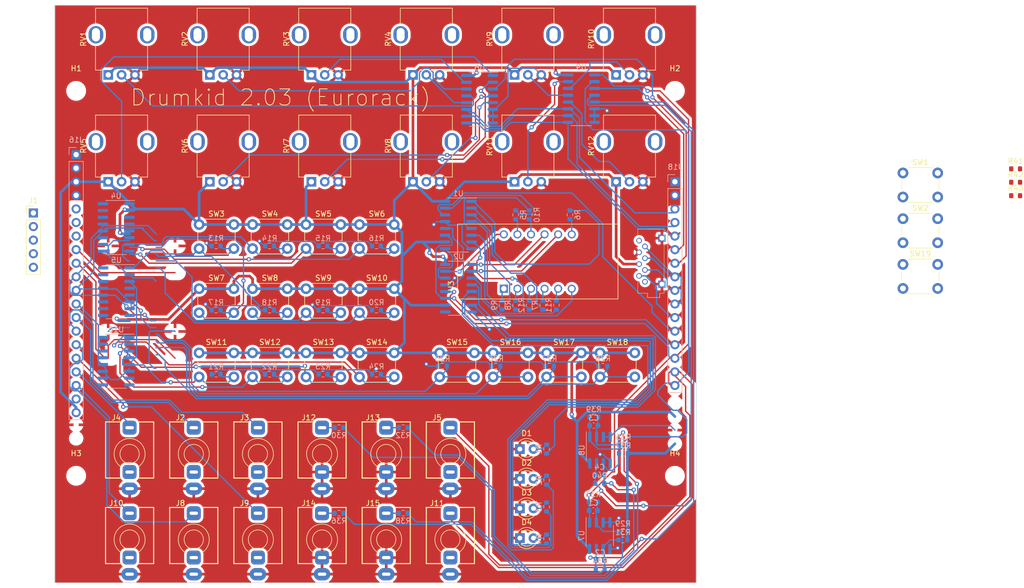
<source format=kicad_pcb>
(kicad_pcb (version 20221018) (generator pcbnew)
  (layers (0 "F.Cu" signal) (31 "B.Cu" signal) (34 "B.Paste" user) (35 "F.Paste" user) (36 "B.SilkS" user "B.Silkscreen") (37 "F.SilkS" user "F.Silkscreen") (38 "B.Mask" user) (39 "F.Mask" user) (44 "Edge.Cuts" user))
  (net 0 "")
  (net 1 "Net-(U7A--)")
  (net 2 "CV_IN_3")
  (net 3 "Net-(U7B--)")
  (net 4 "GND")
  (net 5 "Net-(D1-A)")
  (net 7 "CV_IN_4")
  (net 8 "+12V")
  (net 9 "+3.3VDAC")
  (net 10 "TRIGGER_OUT_1_EURO")
  (net 11 "TRIGGER_OUT_2_EURO")
  (net 12 "TRIGGER_OUT_3_EURO")
  (net 13 "TRIGGER_OUT_4_EURO")
  (net 14 "SYNC_IN_EURO")
  (net 15 "SYNC_OUT_EURO")
  (net 17 "SD_CLOCK")
  (net 18 "SD_SERIAL_OUT")
  (net 19 "SD_SERIAL_IN")
  (net 20 "SD_CHIP_SELECT")
  (net 21 "595_DATA")
  (net 22 "595_CLOCK")
  (net 23 "595_LATCH")
  (net 26 "EURO_OUT_1")
  (net 27 "165_LOAD")
  (net 28 "165_CLOCK")
  (net 29 "165_DATA")
  (net 31 "4051_ADDRESS_A")
  (net 32 "4051_ADDRESS_B")
  (net 33 "4051_ADDRESS_C")
  (net 35 "4051_READING_0")
  (net 36 "4051_READING_1")
  (net 38 "EURO_OUT_2")
  (net 40 "Net-(J14-PadT)")
  (net 41 "Net-(J15-PadT)")
  (net 42 "Net-(U3-a)")
  (net 43 "Net-(U1-QA)")
  (net 44 "Net-(U2-QB)")
  (net 45 "Net-(U2-QC)")
  (net 46 "Net-(U2-QD)")
  (net 47 "Net-(U2-QE)")
  (net 48 "Net-(U2-QF)")
  (net 49 "Net-(U2-QG)")
  (net 50 "Net-(U2-QH)")
  (net 51 "Net-(U3-b)")
  (net 52 "Net-(U2-QA)")
  (net 53 "Net-(U1-QB)")
  (net 54 "Net-(U3-c)")
  (net 55 "Net-(U1-QC)")
  (net 56 "Net-(U3-d)")
  (net 57 "Net-(U1-QD)")
  (net 58 "Net-(U3-e)")
  (net 60 "-12V")
  (net 61 "Net-(U1-QE)")
  (net 62 "Net-(U3-f)")
  (net 63 "Net-(U1-QF)")
  (net 65 "Net-(U3-g)")
  (net 68 "Net-(U1-QG)")
  (net 69 "Net-(U8A--)")
  (net 70 "CV_IN_1")
  (net 71 "Net-(U8B--)")
  (net 72 "CV_IN_2")
  (net 73 "Net-(U3-DPX)")
  (net 74 "Net-(U1-QH)")
  (net 75 "Net-(U4-D0)")
  (net 76 "Net-(U4-D1)")
  (net 77 "Net-(U4-D2)")
  (net 78 "Net-(U4-D3)")
  (net 79 "Net-(U4-D4)")
  (net 80 "Net-(U4-D5)")
  (net 81 "Net-(U4-D6)")
  (net 82 "Net-(U4-D7)")
  (net 83 "Net-(U6-A0)")
  (net 84 "Net-(U6-A1)")
  (net 85 "Net-(D2-A)")
  (net 86 "Net-(D3-A)")
  (net 87 "Net-(D4-A)")
  (net 88 "Net-(U6-A2)")
  (net 89 "Net-(U6-A3)")
  (net 90 "Net-(U6-A4)")
  (net 91 "Net-(U6-A5)")
  (net 92 "Net-(U6-A6)")
  (net 93 "Net-(U6-A7)")
  (net 94 "+3.3V")
  (net 95 "Net-(U9-A0)")
  (net 96 "Net-(U9-A1)")
  (net 97 "Net-(U9-A2)")
  (net 98 "Net-(U9-A3)")
  (net 99 "Net-(U5-D0)")
  (net 100 "Net-(U1-QH')")
  (net 103 "Net-(J12-PadT)")
  (net 104 "Net-(J13-PadT)")
  (net 105 "Net-(U5-D1)")
  (net 106 "Net-(U5-D2)")
  (net 107 "Net-(U5-D3)")
  (net 108 "Net-(U5-D4)")
  (net 109 "Net-(U5-D5)")
  (net 110 "Net-(U5-D6)")
  (net 111 "Net-(U5-D7)")
  (net 113 "Net-(U10-D0)")
  (net 114 "unconnected-(U5-~{Q7}-Pad7)")
  (net 115 "/Shift register in 1/DATA_OUT")
  (net 116 "Net-(U10-D1)")
  (net 117 "Net-(U10-D2)")
  (net 118 "/Shift register in 2/DATA_OUT")
  (net 120 "Net-(J1-Pin_1)")
  (net 121 "Net-(J1-Pin_2)")
  (net 122 "Net-(J1-Pin_3)")
  (net 123 "Net-(J1-Pin_4)")
  (net 124 "Net-(J1-Pin_5)")
  (footprint "Button_Switch_THT:SW_PUSH_6mm" (layer "F.Cu") (at 107 81)
    (fp_text reference "SW4")
    (fp_text value "SW_Push")
  )
  (footprint "Button_Switch_THT:SW_PUSH_6mm" (layer "F.Cu") (at 127 93)
    (fp_text reference "SW10")
    (fp_text value "SW_Push")
  )
  (footprint "Library:Potentiometer_Alps_RK09K_vertical_biggerholes" (layer "F.Cu") (at 118 53 90)
    (fp_text reference "RV3")
    (fp_text value "10k")
  )
  (footprint "AudioJacks:Jack_3.5mm_QingPu_WQP-PJ398SM_Vertical" (layer "F.Cu") (at 96 123.92)
    (fp_text reference "J2")
    (fp_text value "Trigger_Out_1")
  )
  (footprint "AudioJacks:Jack_3.5mm_QingPu_WQP-PJ398SM_Vertical" (layer "F.Cu") (at 132 123.92)
    (fp_text reference "J13")
    (fp_text value "CV_In_2")
  )
  (footprint "Library:Potentiometer_Alps_RK09K_vertical_biggerholes" (layer "F.Cu") (at 137 73 90)
    (fp_text reference "RV8")
    (fp_text value "10k")
  )
  (footprint "AudioJacks:Jack_3.5mm_QingPu_WQP-PJ398SM_Vertical" (layer "F.Cu") (at 120 123.92)
    (fp_text reference "J12")
    (fp_text value "CV_In_1")
  )
  (footprint "Button_Switch_THT:SW_PUSH_6mm" (layer "F.Cu") (at 228.655 88.455)
    (fp_text reference "SW19")
    (fp_text value "SW_Push")
  )
  (footprint "Resistor_SMD:R_0603_1608Metric" (layer "F.Cu") (at 249.735 70.585)
    (fp_text reference "R41")
    (fp_text value "10k")
  )
  (footprint "Button_Switch_THT:SW_PUSH_6mm" (layer "F.Cu") (at 97 81)
    (fp_text reference "SW3")
    (fp_text value "SW_Push")
  )
  (footprint "MountingHole:MountingHole_3.2mm_M3" (layer "F.Cu") (at 74 56)
    (fp_text reference "H1")
    (fp_text value "MountingHole")
  )
  (footprint "AudioJacks:Jack_3.5mm_QingPu_WQP-PJ398SM_Vertical" (layer "F.Cu") (at 144 139.92)
    (fp_text reference "J11")
    (fp_text value "Euro_Out_2")
  )
  (footprint "Library:Potentiometer_Alps_RK09K_vertical_biggerholes" (layer "F.Cu") (at 137 53 90)
    (fp_text reference "RV4")
    (fp_text value "10k")
  )
  (footprint "Library:Potentiometer_Alps_RK09K_vertical_biggerholes" (layer "F.Cu") (at 80 53 90)
    (fp_text reference "RV1")
    (fp_text value "10k")
  )
  (footprint "Library:Potentiometer_Alps_RK09K_vertical_biggerholes" (layer "F.Cu") (at 175 53 90)
    (fp_text reference "RV10")
    (fp_text value "10k")
  )
  (footprint "Resistor_SMD:R_0603_1608Metric" (layer "F.Cu") (at 249.735 73.095)
    (fp_text reference "R42")
    (fp_text value "10k")
  )
  (footprint "AudioJacks:Jack_3.5mm_QingPu_WQP-PJ398SM_Vertical" (layer "F.Cu") (at 84 123.92)
    (fp_text reference "J4")
    (fp_text value "Sync_In")
  )
  (footprint "AudioJacks:Jack_3.5mm_QingPu_WQP-PJ398SM_Vertical" (layer "F.Cu") (at 120 139.92)
    (fp_text reference "J14")
    (fp_text value "CV_In_3")
  )
  (footprint "AudioJacks:Jack_3.5mm_QingPu_WQP-PJ398SM_Vertical" (layer "F.Cu") (at 132 139.92)
    (fp_text reference "J15")
    (fp_text value "CV_In_4")
  )
  (footprint "Button_Switch_THT:SW_PUSH_6mm" (layer "F.Cu") (at 117 81)
    (fp_text reference "SW5")
    (fp_text value "SW_Push")
  )
  (footprint "Button_Switch_THT:SW_PUSH_6mm" (layer "F.Cu") (at 107 93)
    (fp_text reference "SW8")
    (fp_text value "SW_Push")
  )
  (footprint "Library:Potentiometer_Alps_RK09K_vertical_biggerholes" (layer "F.Cu") (at 118 73 90)
    (fp_text reference "RV7")
    (fp_text value "10k")
  )
  (footprint "Button_Switch_THT:SW_PUSH_6mm" (layer "F.Cu") (at 228.655 71.355)
    (fp_text reference "SW1")
    (fp_text value "SW_Push")
  )
  (footprint "Connector_PinHeader_2.54mm:PinHeader_1x05_P2.54mm_Vertical" (layer "F.Cu") (at 66 78.84)
    (fp_text reference "J1")
    (fp_text value "Conn_01x05_Pin")
  )
  (footprint "Library:SR410361N" (layer "F.Cu") (at 154 93 90)
    (fp_text reference "U3")
    (fp_text value "CA56-12EWA")
  )
  (footprint "misc:YAMAICHI_MICROSD_VERTICAL" (layer "F.Cu") (at 180.4 87.85 90)
    (fp_text reference "J6" hide)
    (fp_text value "Micro_SD_Card" hide)
  )
  (footprint "LED_THT:LED_D3.0mm" (layer "F.Cu") (at 157 134.1)
    (fp_text reference "D3")
    (fp_text value "LED")
  )
  (footprint "Library:Potentiometer_Alps_RK09K_vertical_biggerholes" (layer "F.Cu") (at 156 73 90)
    (fp_text reference "RV11")
    (fp_text value "10k")
  )
  (footprint "Library:Potentiometer_Alps_RK09K_vertical_biggerholes" (layer "F.Cu") (at 156 53 90)
    (fp_text reference "RV9")
    (fp_text value "10k")
  )
  (footprint "AudioJacks:Jack_3.5mm_QingPu_WQP-PJ398SM_Vertical" (layer "F.Cu") (at 96 139.92)
    (fp_text reference "J8")
    (fp_text value "Trigger_Out_3")
  )
  (footprint "Button_Switch_THT:SW_PUSH_6mm" (layer "F.Cu") (at 162 105)
    (fp_text reference "SW17")
    (fp_text value "SW_Push")
  )
  (footprint "Button_Switch_THT:SW_PUSH_6mm" (layer "F.Cu") (at 142 105)
    (fp_text reference "SW15")
    (fp_text value "SW_Push")
  )
  (footprint "Button_Switch_THT:SW_PUSH_6mm" (layer "F.Cu") (at 228.655 79.905)
    (fp_text reference "SW2")
    (fp_text value "SW_Push")
  )
  (footprint "MountingHole:MountingHole_3.2mm_M3" (layer "F.Cu") (at 186 56)
    (fp_text reference "H2")
    (fp_text value "MountingHole")
  )
  (footprint "Button_Switch_THT:SW_PUSH_6mm" (layer "F.Cu") (at 117 93)
    (fp_text reference "SW9")
    (fp_text value "SW_Push")
  )
  (footprint "LED_THT:LED_D3.0mm" (layer "F.Cu") (at 157 128.55)
    (fp_text reference "D2")
    (fp_text value "LED")
  )
  (footprint "LED_THT:LED_D3.0mm" (layer "F.Cu") (at 157 123)
    (fp_text reference "D1")
    (fp_text value "LED")
  )
  (footprint "Button_Switch_THT:SW_PUSH_6mm" (layer "F.Cu") (at 107 105)
    (fp_text reference "SW12")
    (fp_text value "SW_Push")
  )
  (footprint "AudioJacks:Jack_3.5mm_QingPu_WQP-PJ398SM_Vertical" (layer "F.Cu") (at 144 123.92)
    (fp_text reference "J5")
    (fp_text value "Euro_Out_1")
  )
  (footprint "Button_Switch_THT:SW_PUSH_6mm" (layer "F.Cu") (at 127 105)
    (fp_text reference "SW14")
    (fp_text value "SW_Push")
  )
  (footprint "MountingHole:MountingHole_3.2mm_M3" (layer "F.Cu") (at 74 128)
    (fp_text reference "H3")
    (fp_text value "MountingHole")
  )
  (footprint "LED_THT:LED_D3.0mm" (layer "F.Cu") (at 157 139.65)
    (fp_text reference "D4")
    (fp_text value "LED")
  )
  (footprint "Button_Switch_THT:SW_PUSH_6mm" (layer "F.Cu") (at 127 81)
    (fp_text reference "SW6")
    (fp_text value "SW_Push")
  )
  (footprint "Library:Potentiometer_Alps_RK09K_vertical_biggerholes" (layer "F.Cu") (at 175 73 90)
    (fp_text reference "RV12")
    (fp_text value "10k")
  )
  (footprint "MountingHole:MountingHole_3.2mm_M3" (layer "F.Cu") (at 186 128)
    (fp_text reference "H4")
    (fp_text value "MountingHole")
  )
  (footprint "AudioJacks:Jack_3.5mm_QingPu_WQP-PJ398SM_Vertical" (layer "F.Cu") (at 108 139.92)
    (fp_text reference "J9")
    (fp_text value "Trigger_Out_4")
  )
  (footprint "Library:Potentiometer_Alps_RK09K_vertical_biggerholes" (layer "F.Cu") (at 99 73 90)
    (fp_text reference "RV6")
    (fp_text value "10k")
  )
  (footprint "Button_Switch_THT:SW_PUSH_6mm" (layer "F.Cu") (at 97 105)
    (fp_text reference "SW11")
    (fp_text value "SW_Push")
  )
  (footprint "AudioJacks:Jack_3.5mm_QingPu_WQP-PJ398SM_Vertical" (layer "F.Cu") (at 108 123.92)
    (fp_text reference "J3")
    (fp_text value "Trigger_Out_2")
  )
  (footprint "Resistor_SMD:R_0603_1608Metric" (layer "F.Cu") (at 249.735 75.605)
    (fp_text reference "R43")
    (fp_text value "10k")
  )
  (footprint "Library:Potentiometer_Alps_RK09K_vertical_biggerholes" (layer "F.Cu") (at 80 73 90)
    (fp_text reference "RV5")
    (fp_text value "10k")
  )
  (footprint "Button_Switch_THT:SW_PUSH_6mm" (layer "F.Cu") (at 97 93)
    (fp_text reference "SW7")
    (fp_text value "SW_Push")
  )
  (footprint "Library:Potentiometer_Alps_RK09K_vertical_biggerholes" (layer "F.Cu") (at 99 53 90)
    (fp_text reference "RV2")
    (fp_text value "10k")
  )
  (footprint "Button_Switch_THT:SW_PUSH_6mm" (layer "F.Cu") (at 117 105)
    (fp_text reference "SW13")
    (fp_text value "SW_Push")
  )
  (footprint "Button_Switch_THT:SW_PUSH_6mm" (layer "F.Cu") (at 172 105)
    (fp_text reference "SW18")
    (fp_text value "SW_Push")
  )
  (footprint "AudioJacks:Jack_3.5mm_QingPu_WQP-PJ398SM_Vertical" (layer "F.Cu") (at 84 139.92)
    (fp_text reference "J10")
    (fp_text value "Sync_Out")
  )
  (footprint "Button_Switch_THT:SW_PUSH_6mm" (layer "F.Cu") (at 152 105)
    (fp_text reference "SW16")
    (fp_text value "SW_Push")
  )
  (footprint "Resistor_SMD:R_0603_1608Metric" (layer "B.Cu") (at 162.525 107.5 180)
    (fp_text reference "R27")
    (fp_text value "10k")
  )
  (footprint "Resistor_SMD:R_0603_1608Metric" (layer "B.Cu") (at 176.275 138.4 180)
    (fp_text reference "R29")
    (fp_text value "240k")
  )
  (footprint "Resistor_SMD:R_0603_1608Metric" (layer "B.Cu") (at 162 123 -90)
    (fp_text reference "R1")
    (fp_text value "75R")
  )
  (footprint "Resistor_SMD:R_0603_1608Metric" (layer "B.Cu") (at 100.175 97 180)
    (fp_text reference "R17")
    (fp_text value "10k")
  )
  (footprint "Resistor_SMD:R_0603_1608Metric" (layer "B.Cu") (at 110.175 97 180)
    (fp_text reference "R18")
    (fp_text value "10k")
  )
  (footprint "Resistor_SMD:R_0603_1608Metric" (layer "B.Cu") (at 156.21 96.075 -90)
    (fp_text reference "R8")
    (fp_text value "75R")
  )
  (footprint "Resistor_SMD:R_0603_1608Metric" (layer "B.Cu") (at 100.175 85 180)
    (fp_text reference "R13")
    (fp_text value "10k")
  )
  (footprint "Resistor_SMD:R_0603_1608Metric" (layer "B.Cu") (at 176.375 122.2 180)
    (fp_text reference "R35")
    (fp_text value "240k")
  )
  (footprint "Resistor_SMD:R_0603_1608Metric" (layer "B.Cu") (at 166.37 79.185 90)
    (fp_text reference "R6")
    (fp_text value "75R")
  )
  (footprint "Resistor_SMD:R_0603_1608Metric" (layer "B.Cu") (at 153.67 96.075 -90)
    (fp_text reference "R9")
    (fp_text value "75R")
  )
  (footprint "Resistor_SMD:R_0603_1608Metric" (layer "B.Cu") (at 152.525 107.5 180)
    (fp_text reference "R26")
    (fp_text value "10k")
  )
  (footprint "Connector_PinSocket_2.54mm:PinSocket_1x16_P2.54mm_Vertical" (layer "B.Cu") (at 186 73 180)
    (fp_text reference "J18")
    (fp_text value "Conn_01x16_Socket")
  )
  (footprint "Package_SO:SOIC-16_3.9x9.9mm_P1.27mm" (layer "B.Cu") (at 149.475 57.555 180)
    (fp_text reference "U6")
    (fp_text value "74HC4051")
  )
  (footprint "Resistor_SMD:R_0603_1608Metric" (layer "B.Cu") (at 156.21 79.185 90)
    (fp_text reference "R5")
    (fp_text value "75R")
  )
  (footprint "Package_SO:SOIC-16_3.9x9.9mm_P1.27mm" (layer "B.Cu") (at 145.475 81.095 180)
    (fp_text reference "U1")
    (fp_text value "74HC595")
  )
  (footprint "Resistor_SMD:R_0603_1608Metric" (layer "B.Cu") (at 123.175 119)
    (fp_text reference "R30")
    (fp_text value "100k")
  )
  (footprint "Resistor_SMD:R_0603_1608Metric" (layer "B.Cu") (at 123.175 135)
    (fp_text reference "R36")
    (fp_text value "100k")
  )
  (footprint "Resistor_SMD:R_0603_1608Metric" (layer "B.Cu") (at 130.175 97 180)
    (fp_text reference "R20")
    (fp_text value "10k")
  )
  (footprint "Resistor_SMD:R_0603_1608Metric" (layer "B.Cu") (at 161.29 96.075 -90)
    (fp_text reference "R7")
    (fp_text value "75R")
  )
  (footprint "Resistor_SMD:R_0603_1608Metric" (layer "B.Cu") (at 162 139.825 -90)
    (fp_text reference "R4")
    (fp_text value "75R")
  )
  (footprint "Resistor_SMD:R_0603_1608Metric" (layer "B.Cu") (at 158.75 96.075 -90)
    (fp_text reference "R12")
    (fp_text value "75R")
  )
  (footprint "Capacitor_SMD:C_0603_1608Metric" (layer "B.Cu") (at 171.925 127.8 180)
    (fp_text reference "C4")
    (fp_text value "1n")
  )
  (footprint "Resistor_SMD:R_0603_1608Metric" (layer "B.Cu") (at 130.175 85 180)
    (fp_text reference "R16")
    (fp_text value "10k")
  )
  (footprint "Package_SO:SOIC-16_3.9x9.9mm_P1.27mm" (layer "B.Cu") (at 81.475 81.555 180)
    (fp_text reference "U4")
    (fp_text value "74HC165")
  )
  (footprint "Resistor_SMD:R_0603_1608Metric" (layer "B.Cu") (at 163.83 96.075 -90)
    (fp_text reference "R11")
    (fp_text value "75R")
  )
  (footprint "Resistor_SMD:R_0603_1608Metric" (layer "B.Cu") (at 110.175 109 180)
    (fp_text reference "R22")
    (fp_text value "10k")
  )
  (footprint "Package_SO:SOIC-16_3.9x9.9mm_P1.27mm" (layer "B.Cu") (at 145.525 92.905 180)
    (fp_text reference "U2")
    (fp_text value "74HC595")
  )
  (footprint "Package_SO:SOIC-16_3.9x9.9mm_P1.27mm" (layer "B.Cu") (at 168.475 57.445 180)
    (fp_text reference "U9")
    (fp_text value "74HC4051")
  )
  (footprint "Resistor_SMD:R_0603_1608Metric" (layer "B.Cu") (at 120.175 85 180)
    (fp_text reference "R15")
    (fp_text value "10k")
  )
  (footprint "Capacitor_SMD:C_0603_1608Metric" (layer "B.Cu") (at 172.025 143.8 180)
    (fp_text reference "C2")
    (fp_text value "1n")
  )
  (footprint "Resistor_SMD:R_0603_1608Metric" (layer "B.Cu") (at 162 128.825 -90)
    (fp_text reference "R2")
    (fp_text value "75R")
  )
  (footprint "Resistor_SMD:R_0603_1608Metric" (layer "B.Cu") (at 158.75 79.185 90)
    (fp_text reference "R10")
    (fp_text value "75R")
  )
  (footprint "Connector_PinSocket_2.54mm:PinSocket_1x20_P2.54mm_Vertical" (layer "B.Cu") (at 74 67.92 180)
    (fp_text reference "J16")
    (fp_text value "Conn_01x20_Socket")
  )
  (footprint "Capacitor_SMD:C_0603_1608Metric" (layer "B.Cu") (at 170.725 134.5 180)
    (fp_text reference "C1")
    (fp_text value "1n")
  )
  (footprint "Resistor_SMD:R_0603_1608Metric" (layer "B.Cu") (at 172.525 107.5 180)
    (fp_text reference "R28")
    (fp_text value "10k")
  )
  (footprint "Resistor_SMD:R_0603_1608Metric" (layer "B.Cu") (at 172.025 145.4 180)
    (fp_text reference "R34")
    (fp_text value "33k")
  )
  (footprint "Resistor_SMD:R_0603_1608Metric" (layer "B.Cu") (at 170.725 132.9 180)
    (fp_text reference "R33")
    (fp_text value "33k")
  )
  (footprint "Package_SO:SOIC-16_3.9x9.9mm_P1.27mm" (layer "B.Cu") (at 81.475 106.555 180)
    (fp_text reference "U10")
    (fp_text value "74HC165")
  )
  (footprint "Resistor_SMD:R_0603_1608Metric" (layer "B.Cu") (at 100.175 109 180)
    (fp_text reference "R21")
    (fp_text value "10k")
  )
  (footprint "Package_SO:SOIC-8_3.9x4.9mm_P1.27mm" (layer "B.Cu") (at 171.95 139.2 -90)
    (fp_text reference "U7")
    (fp_text value "MCP6002-xSN")
  )
  (footprint "Capacitor_SMD:C_0603_1608Metric" (layer "B.Cu") (at 170.825 118.6 180)
    (fp_text reference "C3")
    (fp_text value "1n")
  )
  (footprint "Resistor_SMD:R_0603_1608Metric" (layer "B.Cu") (at 142.525 107.5 180)
    (fp_text reference "R25")
    (fp_text value "10k")
  )
  (footprint "Resistor_SMD:R_0603_1608Metric" (layer "B.Cu") (at 110.175 85 180)
    (fp_text reference "R14")
    (fp_text value "10k")
  )
  (footprint "Resistor_SMD:R_0603_1608Metric" (layer "B.Cu") (at 120.175 109 180)
    (fp_text reference "R23")
    (fp_text value "10k")
  )
  (footprint "Package_SO:SOIC-8_3.9x4.9mm_P1.27mm" (layer "B.Cu") (at 171.985 123.2 -90)
    (fp_text reference "U8")
    (fp_text value "MCP6002-xSN")
  )
  (footprint "Package_SO:SOIC-16_3.9x9.9mm_P1.27mm" (layer "B.Cu") (at 81.525 93.555 180)
    (fp_text reference "U5")
    (fp_text value "74HC165")
  )
  (footprint "Resistor_SMD:R_0603_1608Metric" (layer "B.Cu") (at 176.275 140 180)
    (fp_text reference "R31")
    (fp_text value "240k")
  )
  (footprint "Resistor_SMD:R_0603_1608Metric" (layer "B.Cu") (at 170.825 117 180)
    (fp_text reference "R39")
    (fp_text value "33k")
  )
  (footprint "Resistor_SMD:R_0603_1608Metric" (layer "B.Cu") (at 135.175 119)
    (fp_text reference "R32")
    (fp_text value "100k")
  )
  (footprint "Resistor_SMD:R_0603_1608Metric" (layer "B.Cu") (at 162 133.825 -90)
    (fp_text reference "R3")
    (fp_text value "75R")
  )
  (footprint "Resistor_SMD:R_0603_1608Metric" (layer "B.Cu") (at 176.375 123.8 180)
    (fp_text reference "R37")
    (fp_text value "240k")
  )
  (footprint "Resistor_SMD:R_0603_1608Metric" (layer "B.Cu") (at 135.175 135)
    (fp_text reference "R38")
    (fp_text value "100k")
  )
  (footprint "Resistor_SMD:R_0603_1608Metric" (layer "B.Cu") (at 171.925 129.4 180)
    (fp_text reference "R40")
    (fp_text value "33k")
  )
  (footprint "Resistor_SMD:R_0603_1608Metric" (layer "B.Cu") (at 120.175 97 180)
    (fp_text reference "R19")
    (fp_text value "10k")
  )
  (footprint "Resistor_SMD:R_0603_1608Metric" (layer "B.Cu") (at 130.175 109 180)
    (fp_text reference "R24")
    (fp_text value "10k")
  )
  (gr_rect (start 70 40) (end 190 148) (stroke (width 0.1)) (fill none) (layer "Edge.Cuts"))
  (gr_text "Drumkid 2.03 (Eurorack)" (at 84 59) (layer "F.SilkS") (effects (font (size 3 3)) (justify left bottom)))
  (segment (start 176.175 139.125) (end 175.45 138.4) (width 0.25) (layer "B.Cu") (net 1))
  (segment (start 176.175 143.325) (end 176.175 139.125) (width 0.25) (layer "B.Cu") (net 1))
  (segment (start 171.5 134.5) (end 171.5 132.95) (width 0.25) (layer "B.Cu") (net 1))
  (segment (start 159.004416 146.65) (end 172.85 146.65) (width 0.25) (layer "B.Cu") (net 1))
  (segment (start 175.45 138.4) (end 172.613249 138.4) (width 0.25) (layer "B.Cu") (net 1))
  (segment (start 171.315 134.685) (end 171.5 134.5) (width 0.25) (layer "B.Cu") (net 1))
  (segment (start 151.75 139.395584) (end 159.004416 146.65) (width 0.25) (layer "B.Cu") (net 1))
  (segment (start 124 119) (end 129.55 124.55) (width 0.25) (layer "B.Cu") (net 1))
  (segment (start 151.75 130.786396) (end 151.75 139.395584) (width 0.25) (layer "B.Cu") (net 1))
  (segment (start 171.5 132.95) (end 171.55 132.9) (width 0.25) (layer "B.Cu") (net 1))
  (segment (start 172.85 146.65) (end 176.175 143.325) (width 0.25) (layer "B.Cu") (net 1))
  (segment (start 145.513604 124.55) (end 151.75 130.786396) (width 0.25) (layer "B.Cu") (net 1))
  (segment (start 171.315 137.101751) (end 171.315 136.725) (width 0.25) (layer "B.Cu") (net 1))
  (segment (start 172.613249 138.4) (end 171.315 137.101751) (width 0.25) (layer "B.Cu") (net 1))
  (segment (start 171.315 136.725) (end 171.315 134.685) (width 0.25) (layer "B.Cu") (net 1))
  (segment (start 129.55 124.55) (end 145.513604 124.55) (width 0.25) (layer "B.Cu") (net 1))
  (segment (start 171.663604 123) (end 175.967462 123) (width 0.25) (layer "B.Cu") (net 2))
  (segment (start 170.7 63.3) (end 169.2 61.8) (width 0.25) (layer "B.Cu") (net 2))
  (segment (start 170.05 118.6) (end 170.05 117.05) (width 0.25) (layer "B.Cu") (net 2))
  (segment (start 182.8 112.906828) (end 182.8 112.072792) (width 0.25) (layer "B.Cu") (net 2))
  (segment (start 169.2 55.643249) (end 170.573249 54.27) (width 0.25) (layer "B.Cu") (net 2))
  (segment (start 186.486701 115.745) (end 185.638172 115.745) (width 0.25) (layer "B.Cu") (net 2))
  (segment (start 185.638172 115.745) (end 182.8 112.906828) (width 0.25) (layer "B.Cu") (net 2))
  (segment (start 170.08 120.725) (end 170.08 118.63) (width 0.25) (layer "B.Cu") (net 2))
  (segment (start 188.6 64.1) (end 187.8 63.3) (width 0.25) (layer "B.Cu") (net 2))
  (segment (start 169.2 61.8) (end 169.2 55.643249) (width 0.25) (layer "B.Cu") (net 2))
  (segment (start 188.2 117.458299) (end 186.486701 115.745) (width 0.25) (layer "B.Cu") (net 2))
  (segment (start 188.2 120) (end 188.2 117.458299) (width 0.25) (layer "B.Cu") (net 2))
  (segment (start 176.3 121.882538) (end 177.482538 120.7) (width 0.25) (layer "B.Cu") (net 2))
  (segment (start 186.486701 110.665) (end 188.6 108.551701) (width 0.25) (layer "B.Cu") (net 2))
  (segment (start 170.08 118.63) (end 170.05 118.6) (width 0.25) (layer "B.Cu") (net 2))
  (segment (start 187.8 63.3) (end 170.7 63.3) (width 0.25) (layer "B.Cu") (net 2))
  (segment (start 176.3 122.667462) (end 176.3 121.882538) (width 0.25) (layer "B.Cu") (net 2))
  (segment (start 170.05 117.05) (end 170 117) (width 0.25) (layer "B.Cu") (net 2))
  (segment (start 170.08 121.416396) (end 171.663604 123) (width 0.25) (layer "B.Cu") (net 2))
  (segment (start 170.573249 54.27) (end 170.95 54.27) (width 0.25) (layer "B.Cu") (net 2))
  (segment (start 182.8 112.072792) (end 184.207792 110.665) (width 0.25) (layer "B.Cu") (net 2))
  (segment (start 175.967462 123) (end 176.3 122.667462) (width 0.25) (layer "B.Cu") (net 2))
  (segment (start 170.08 120.725) (end 170.08 121.416396) (width 0.25) (layer "B.Cu") (net 2))
  (segment (start 184.207792 110.665) (end 186.486701 110.665) (width 0.25) (layer "B.Cu") (net 2))
  (segment (start 188.6 108.551701) (end 188.6 64.1) (width 0.25) (layer "B.Cu") (net 2))
  (segment (start 177.482538 120.7) (end 187.5 120.7) (width 0.25) (layer "B.Cu") (net 2))
  (segment (start 187.5 120.7) (end 188.2 120) (width 0.25) (layer "B.Cu") (net 2))
  (segment (start 172.585 141.298249) (end 173.883249 140) (width 0.25) (layer "B.Cu") (net 3))
  (segment (start 145.7 124.1) (end 152.2 130.6) (width 0.25) (layer "B.Cu") (net 3))
  (segment (start 141.1 124.1) (end 145.7 124.1) (width 0.25) (layer "B.Cu") (net 3))
  (segment (start 136 119) (end 141.1 124.1) (width 0.25) (layer "B.Cu") (net 3))
  (segment (start 172.8 143.8) (end 172.8 141.89) (width 0.25) (layer "B.Cu") (net 3))
  (segment (start 172.85 145.4) (end 172.85 143.85) (width 0.25) (layer "B.Cu") (net 3))
  (segment (start 152.2 139.209188) (end 159.190812 146.2) (width 0.25) (layer "B.Cu") (net 3))
  (segment (start 152.2 130.6) (end 152.2 139.209188) (width 0.25) (layer "B.Cu") (net 3))
  (segment (start 172.585 141.675) (end 172.585 141.298249) (width 0.25) (layer "B.Cu") (net 3))
  (segment (start 173.883249 140) (end 175.45 140) (width 0.25) (layer "B.Cu") (net 3))
  (segment (start 172.05 146.2) (end 172.85 145.4) (width 0.25) (layer "B.Cu") (net 3))
  (segment (start 172.85 143.85) (end 172.8 143.8) (width 0.25) (layer "B.Cu") (net 3))
  (segment (start 159.190812 146.2) (end 172.05 146.2) (width 0.25) (layer "B.Cu") (net 3))
  (segment (start 172.8 141.89) (end 172.585 141.675) (width 0.25) (layer "B.Cu") (net 3))
  (via (at 108.3 84.1) (size 0.8) (drill 0.4) (layers "F.Cu" "B.Cu") (net 4))
  (via (at 98.4 84.4745) (size 0.8) (drill 0.4) (layers "F.Cu" "B.Cu") (net 4))
  (via (at 118.2 96) (size 0.8) (drill 0.4) (layers "F.Cu" "B.Cu") (net 4))
  (via (at 175.3 141.5) (size 0.8) (drill 0.4) (layers "F.Cu" "B.Cu") (net 4))
  (via (at 140.9 81) (size 0.8) (drill 0.4) (layers "F.Cu" "B.Cu") (net 4))
  (via (at 172 124) (size 0.8) (drill 0.4) (layers "F.Cu" "B.Cu") (net 4))
  (via (at 175.5 135.9) (size 0.8) (drill 0.4) (layers "F.Cu" "B.Cu") (net 4))
  (via (at 173.3 59.7) (size 0.8) (drill 0.4) (layers "F.Cu" "B.Cu") (net 4))
  (via (at 151.3 100.6) (size 0.8) (drill 0.4) (layers "F.Cu" "B.Cu") (net 4))
  (via (at 139.5 107.1) (size 0.8) (drill 0.4) (layers "F.Cu" "B.Cu") (net 4))
  (via (at 144.8 91) (size 0.8) (drill 0.4) (layers "F.Cu" "B.Cu") (net 4))
  (via (at 98.2 95.9) (size 0.8) (drill 0.4) (layers "F.Cu" "B.Cu") (net 4))
  (via (at 130.1 108) (size 0.8) (drill 0.4) (layers "F.Cu" "B.Cu") (net 4))
  (segment (start 170.95 59.35) (end 172.95 59.35) (width 0.25) (layer "B.Cu") (net 4))
  (segment (start 161.7 107.5) (end 162.5 106.7) (width 0.25) (layer "B.Cu") (net 4))
  (segment (start 148 97.35) (end 148.05 97.35) (width 0.25) (layer "B.Cu") (net 4))
  (segment (start 172.95 59.35) (end 173.3 59.7) (width 0.25) (layer "B.Cu") (net 4))
  (segment (start 173.855 141.675) (end 175.125 141.675) (width 0.25) (layer "B.Cu") (net 4))
  (segment (start 119.35 109) (end 120.175 108.175) (width 0.25) (layer "B.Cu") (net 4))
  (segment (start 143.64 81.1) (end 143 80.46) (width 0.25) (layer "B.Cu") (net 4))
  (segment (start 142.5 106.7) (end 150.9 106.7) (width 0.25) (layer "B.Cu") (net 4))
  (segment (start 120.175 108.175) (end 128.525 108.175) (width 0.25) (layer "B.Cu") (net 4))
  (segment (start 172.591751 124) (end 172 124) (width 0.25) (layer "B.Cu") (net 4))
  (segment (start 99.782538 109) (end 100.607538 108.175) (width 0.25) (layer "B.Cu") (net 4))
  (segment (start 118.525 108.175) (end 119.35 109) (width 0.25) (layer "B.Cu") (net 4))
  (segment (start 146.2 81.1) (end 143.64 81.1) (width 0.25) (layer "B.Cu") (net 4))
  (segment (start 120.175 96.175) (end 128.525 96.175) (width 0.25) (layer "B.Cu") (net 4))
  (segment (start 84.645 90.995) (end 84 90.35) (width 0.25) (layer "B.Cu") (net 4))
  (segment (start 141.7 107.5) (end 142.5 106.7) (width 0.25) (layer "B.Cu") (net 4))
  (segment (start 143.05 92.27) (end 143.53 92.27) (width 0.25) (layer "B.Cu") (net 4))
  (segment (start 99.35 85) (end 98.9255 85) (width 0.25) (layer "B.Cu") (net 4))
  (segment (start 170.95 61.89) (end 170.95 60.62) (width 0.25) (layer "B.Cu") (net 4))
  (segment (start 162.5 106.7) (end 170.9 106.7) (width 0.25) (layer "B.Cu") (net 4))
  (segment (start 128.525 96.175) (end 129.35 97) (width 0.25) (layer "B.Cu") (net 4))
  (segment (start 119.2 97) (end 118.2 96) (width 0.25) (layer "B.Cu") (net 4))
  (segment (start 120.175 84.175) (end 128.525 84.175) (width 0.25) (layer "B.Cu") (net 4))
  (segment (start 119.35 97) (end 119.2 97) (width 0.25) (layer "B.Cu") (net 4))
  (segment (start 185.15 118.61) (end 176.005 118.61) (width 0.25) (layer "B.Cu") (net 4))
  (segment (start 80 86.726751) (end 80 85) (width 0.25) (layer "B.Cu") (net 4))
  (segment (start 99.35 109) (end 99.782538 109) (width 0.25) (layer "B.Cu") (net 4))
  (segment (start 129.35 108.75) (end 130.1 108) (width 0.25) (layer "B.Cu") (net 4))
  (segment (start 143 80.46) (end 141.44 80.46) (width 0.25) (layer "B.Cu") (net 4))
  (segment (start 139.9 107.5) (end 139.5 107.1) (width 0.25) (layer "B.Cu") (net 4))
  (segment (start 109.35 85) (end 109.2 85) (width 0.25) (layer "B.Cu") (net 4))
  (segment (start 110.175 84.175) (end 109.35 85) (width 0.25) (layer "B.Cu") (net 4))
  (segment (start 151.7 107.5) (end 152.5 106.7) (width 0.25) (layer "B.Cu") (net 4))
  (segment (start 109.2 85) (end 108.3 84.1) (width 0.25) (layer "B.Cu") (net 4))
  (segment (start 128.525 84.175) (end 129.35 85) (width 0.25) (layer "B.Cu") (net 4))
  (segment (start 151.95 60.73) (end 151.95 59.46) (width 0.25) (layer "B.Cu") (net 4))
  (segment (start 110.175 108.175) (end 118.525 108.175) (width 0.25) (layer "B.Cu") (net 4))
  (segment (start 99.35 97) (end 99.3 97) (width 0.25) (layer "B.Cu") (net 4))
  (segment (start 172.585 136.725) (end 173.855 136.725) (width 0.25) (layer "B.Cu") (net 4))
  (segment (start 83.623249 90.35) (end 80 86.726751) (width 0.25) (layer "B.Cu") (net 4))
  (segment (start 100.607538 108.175) (end 108.525 108.175) (width 0.25) (layer "B.Cu") (net 4))
  (segment (start 152.5 106.7) (end 160.9 106.7) (width 0.25) (layer "B.Cu") (net 4))
  (segment (start 88.95 91.62) (end 88.325 90.995) (width 0.25) (layer "B.Cu") (net 4))
  (segment (start 143.53 92.27) (end 144.8 91) (width 0.25) (layer "B.Cu") (net 4))
  (segment (start 154.925 51.775) (end 159.775 51.775) (width 0.25) (layer "B.Cu") (net 4))
  (segment (start 108.373833 97) (end 107.548833 96.175) (width 0.25) (layer "B.Cu") (net 4))
  (segment (start 173.89 125.675) (end 173.89 125.298249) (width 0.25) (layer "B.Cu") (net 4))
  (segment (start 173.855 136.725) (end 174.675 136.725) (width 0.25) (layer "B.Cu") (net 4))
  (segment (start 98.9255 85) (end 98.4 84.4745) (width 0.25) (layer "B.Cu") (net 4))
  (segment (start 92.415 100.915) (end 92.5 101) (width 0.25) (layer "B.Cu") (net 4))
  (segment (start 148.05 97.35) (end 151.3 100.6) (width 0.25) (layer "B.Cu") (net 4))
  (segment (start 87.65 101.193249) (end 87.928249 100.915) (width 0.25) (layer "B.Cu") (net 4))
  (segment (start 84 90.35) (end 83.623249 90.35) (width 0.25) (layer "B.Cu") (net 4))
  (segment (start 119.35 97) (end 120.175 96.175) (width 0.25) (layer "B.Cu") (net 4))
  (segment (start 81 84) (end 80 85) (width 0.25) (layer "B.Cu") (net 4))
  (segment (start 154.775 57.011751) (end 154.775 51.925) (width 0.25) (layer "B.Cu") (net 4))
  (segment (start 173.89 125.298249) (end 172.591751 124) (width 0.25) (layer "B.Cu") (net 4))
  (segment (start 129.35 109) (end 129.35 108.75) (width 0.25) (layer "B.Cu") (net 4))
  (segment (start 108.525 108.175) (end 109.35 109) (width 0.25) (layer "B.Cu") (net 4))
  (segment (start 88.325 90.995) (end 84.645 90.995) (width 0.25) (layer "B.Cu") (net 4))
  (segment (start 99.3 97) (end 98.2 95.9) (width 0.25) (layer "B.Cu") (net 4))
  (segment (start 151.95 59.46) (end 152.326751 59.46) (width 0.25) (layer "B.Cu") (net 4))
  (segment (start 170.95 60.62) (end 170.95 59.35) (width 0.25) (layer "B.Cu") (net 4))
  (segment (start 159.775 51.775) (end 161 53) (width 0.25) (layer "B.Cu") (net 4))
  (segment (start 170.9 106.7) (end 171.7 107.5) (width 0.25) (layer "B.Cu") (net 4))
  (segment (start 128.525 108.175) (end 129.35 109) (width 0.25) (layer "B.Cu") (net 4))
  (segment (start 88.573249 107.89) (end 87.65 106.966751) (width 0.25) (layer "B.Cu") (net 4))
  (segment (start 175.125 141.675) (end 175.3 141.5) (width 0.25) (layer "B.Cu") (net 4))
  (segment (start 84 84) (end 81 84) (width 0.25) (layer "B.Cu") (net 4))
  (segment (start 152.326751 59.46) (end 154.775 57.011751) (width 0.25) (layer "B.Cu") (net 4))
  (segment (start 119.35 85) (end 118.525 84.175) (width 0.25) (layer "B.Cu") (net 4))
  (segment (start 100.175 96.175) (end 99.35 97) (width 0.25) (layer "B.Cu") (net 4))
  (segment (start 118.525 84.175) (end 110.175 84.175) (width 0.25) (layer "B.Cu") (net 4))
  (segment (start 119.35 85) (end 120.175 84.175) (width 0.25) (layer "B.Cu") (net 4))
  (segment (start 186 119.46) (end 185.15 118.61) (width 0.25) (layer "B.Cu") (net 4))
  (segment (start 154.775 51.925) (end 154.925 51.775) (width 0.25) (layer "B.Cu") (net 4))
  (segment (start 88.95 107.89) (end 88.573249 107.89) (width 0.25) (layer "B.Cu") (net 4))
  (segment (start 150.9 106.7) (end 151.7 107.5) (width 0.25) (layer "B.Cu") (net 4))
  (segment (start 172.62 120.725) (end 173.89 120.725) (width 0.25) (layer "B.Cu") (net 4))
  (segment (start 160.9 106.7) (end 161.7 107.5) (width 0.25) (layer "B.Cu") (net 4))
  (segment (start 87.928249 100.915) (end 92.415 100.915) (width 0.25) (layer "B.Cu") (net 4))
  (segment (start 146.2 84.166751) (end 146.2 81.1) (width 0.25) (layer "B.Cu") (net 4))
  (segment (start 109.35 109) (end 110.175 108.175) (width 0.25) (layer "B.Cu") (net 4))
  (segment (start 176.005 118.61) (end 173.89 120.725) (width 0.25) (layer "B.Cu") (net 4))
  (segment (start 141.7 107.5) (end 139.9 107.5) (width 0.25) (layer "B.Cu") (net 4))
  (segment (start 87.65 106.966751) (end 87.65 101.193249) (width 0.25) (layer "B.Cu") (net 4))
  (segment (start 147.573249 85.54) (end 146.2 84.166751) (width 0.25) (layer "B.Cu") (net 4))
  (segment (start 147.95 85.54) (end 147.573249 85.54) (width 0.25) (layer "B.Cu") (net 4))
  (segment (start 107.548833 96.175) (end 100.175 96.175) (width 0.25) (layer "B.Cu") (net 4))
  (segment (start 109.35 97) (end 108.373833 97) (width 0.25) (layer "B.Cu") (net 4))
  (segment (start 141.44 80.46) (end 140.9 81) (width 0.25) (layer "B.Cu") (net 4))
  (segment (start 174.675 136.725) (end 175.5 135.9) (width 0.25) (layer "B.Cu") (net 4))
  (segment (start 151.95 62) (end 151.95 60.73) (width 0.25) (layer "B.Cu") (net 4))
  (segment (start 159.54 123) (end 161.175 123) (width 0.25) (layer "B.Cu") (net 5))
  (segment (start 161.175 123) (end 162 122.175) (width 0.25) (layer "B.Cu") (net 5))
  (segment (start 175 133.6) (end 172.2 130.8) (width 0.25) (layer "F.Cu") (net 7))
  (segment (start 180.1 133.6) (end 175 133.6) (width 0.25) (layer "F.Cu") (net 7))
  (via (at 172.2 130.8) (size 0.8) (drill 0.4) (layers "F.Cu" "B.Cu") (net 7))
  (via (at 180.1 133.6) (size 0.8) (drill 0.4) (layers "F.Cu" "B.Cu") (net 7))
  (segment (start 171.15 127.8) (end 171.15 125.875) (width 0.25) (layer "B.Cu") (net 7))
  (segment (start 188 133.6) (end 180.1 133.6) (width 0.25) (layer "B.Cu") (net 7))
  (segment (start 171.1 127.85) (end 171.15 127.8) (width 0.25) (layer "B.Cu") (net 7))
  (segment (start 171.15 125.875) (end 171.35 125.675) (width 0.25) (layer "B.Cu") (net 7))
  (segment (start 169.65 57.733249) (end 169.65 58.426751) (width 0.25) (layer "B.Cu") (net 7))
  (segment (start 171.1 129.4) (end 171.1 127.85) (width 0.25) (layer "B.Cu") (net 7))
  (segment (start 169.65 58.426751) (end 169.928249 58.705) (width 0.25) (layer "B.Cu") (net 7))
  (segment (start 172.2 130.5) (end 171.1 129.4) (width 0.25) (layer "B.Cu") (net 7))
  (segment (start 184.168604 58.705) (end 189.05 63.586396) (width 0.25) (layer "B.Cu") (net 7))
  (segment (start 170.573249 56.81) (end 169.65 57.733249) (width 0.25) (layer "B.Cu") (net 7))
  (segment (start 184.155 58.705) (end 184.168604 58.705) (width 0.25) (layer "B.Cu") (net 7))
  (segment (start 189.05 63.586396) (end 189.05 106.1) (width 0.25) (layer "B.Cu") (net 7))
  (segment (start 169.928249 58.705) (end 184.155 58.705) (width 0.25) (layer "B.Cu") (net 7))
  (segment (start 170.95 56.81) (end 170.573249 56.81) (width 0.25) (layer "B.Cu") (net 7))
  (segment (start 189.05 132.55) (end 188 133.6) (width 0.25) (layer "B.Cu") (net 7))
  (segment (start 172.2 130.8) (end 172.2 130.5) (width 0.25) (layer "B.Cu") (net 7))
  (segment (start 189.05 106.1) (end 189.05 132.55) (width 0.25) (layer "B.Cu") (net 7))
  (segment (start 91.281802 114.281802) (end 80.618198 114.281802) (width 0.25) (layer "B.Cu") (net 10))
  (segment (start 80.618198 114.281802) (end 76.7 110.363604) (width 0.25) (layer "B.Cu") (net 10))
  (segment (start 76.7 100.84) (end 74 98.14) (width 0.25) (layer "B.Cu") (net 10))
  (segment (start 76.7 110.363604) (end 76.7 100.84) (width 0.25) (layer "B.Cu") (net 10))
  (segment (start 96 119) (end 91.281802 114.281802) (width 0.25) (layer "B.Cu") (net 10))
  (segment (start 73.435 96.965) (end 72.825 97.575) (width 0.25) (layer "B.Cu") (net 11))
  (segment (start 91.468198 113.831802) (end 80.804594 113.831802) (width 0.25) (layer "B.Cu") (net 11))
  (segment (start 77.15 99.628299) (end 74.486701 96.965) (width 0.25) (layer "B.Cu") (net 11))
  (segment (start 72.825 97.575) (end 72.825 99.505) (width 0.25) (layer "B.Cu") (net 11))
  (segment (start 108 119) (end 105.1 116.1) (width 0.25) (layer "B.Cu") (net 11))
  (segment (start 74.486701 96.965) (end 73.435 96.965) (width 0.25) (layer "B.Cu") (net 11))
  (segment (start 105.1 116.1) (end 93.736396 116.1) (width 0.25) (layer "B.Cu") (net 11))
  (segment (start 80.804594 113.831802) (end 77.15 110.177208) (width 0.25) (layer "B.Cu") (net 11))
  (segment (start 72.825 99.505) (end 74 100.68) (width 0.25) (layer "B.Cu") (net 11))
  (segment (start 77.15 110.177208) (end 77.15 99.628299) (width 0.25) (layer "B.Cu") (net 11))
  (segment (start 93.736396 116.1) (end 91.468198 113.831802) (width 0.25) (layer "B.Cu") (net 11))
  (segment (start 79.523233 107.89) (end 79.523233 109.023233) (width 0.25) (layer "B.Cu") (net 12))
  (segment (start 82.925 136.625) (end 79.75 133.45) (width 0.25) (layer "B.Cu") (net 12))
  (segment (start 75.2 104.42) (end 74 103.22) (width 0.25) (layer "B.Cu") (net 12))
  (segment (start 94.375 136.625) (end 82.925 136.625) (width 0.25) (layer "B.Cu") (net 12))
  (segment (start 96 135) (end 94.375 136.625) (width 0.25) (layer "B.Cu") (net 12))
  (segment (start 73.638299 107) (end 74.421701 107) (width 0.25) (layer "B.Cu") (net 12))
  (segment (start 74.381701 112.1) (end 73.598299 112.1) (width 0.25) (layer "B.Cu") (net 12))
  (segment (start 78.151 106.517767) (end 79.523233 107.89) (width 0.25) (layer "B.Cu") (net 12))
  (segment (start 72.8 111.301701) (end 72.8 107.838299) (width 0.25) (layer "B.Cu") (net 12))
  (segment (start 79.523233 109.023233) (end 80.5 110) (width 0.25) (layer "B.Cu") (net 12))
  (segment (start 74.421701 107) (end 75.2 106.221701) (width 0.25) (layer "B.Cu") (net 12))
  (segment (start 79.75 117.468299) (end 74.381701 112.1) (width 0.25) (layer "B.Cu") (net 12))
  (segment (start 74 95.6) (end 78.151 99.751) (width 0.25) (layer "B.Cu") (net 12))
  (segment (start 73.598299 112.1) (end 72.8 111.301701) (width 0.25) (layer "B.Cu") (net 12))
  (segment (start 81.89 110) (end 84 107.89) (width 0.25) (layer "B.Cu") (net 12))
  (segment (start 75.2 106.221701) (end 75.2 104.42) (width 0.25) (layer "B.Cu") (net 12))
  (segment (start 72.8 107.838299) (end 73.638299 107) (width 0.25) (layer "B.Cu") (net 12))
  (segment (start 78.151 99.751) (end 78.151 106.517767) (width 0.25) (layer "B.Cu") (net 12))
  (segment (start 80.5 110) (end 81.89 110) (width 0.25) (layer "B.Cu") (net 12))
  (segment (start 79.75 133.45) (end 79.75 117.468299) (width 0.25) (layer "B.Cu") (net 12))
  (segment (start 82.8 114.56) (end 74 105.76) (width 0.25) (layer "F.Cu") (net 13))
  (segment (start 82.8 115.1) (end 82.8 114.56) (width 0.25) (layer "F.Cu") (net 13))
  (via (at 82.8 115.1) (size 0.8) (drill 0.4) (layers "F.Cu" "B.Cu") (net 13))
  (segment (start 88.1 115.1) (end 82.8 115.1) (width 0.25) (layer "B.Cu") (net 13))
  (segment (start 108 135) (end 88.1 115.1) (width 0.25) (layer "B.Cu") (net 13))
  (segment (start 84 118.3) (end 74 108.3) (width 0.25) (layer "B.Cu") (net 14))
  (segment (start 84 119) (end 84 118.3) (width 0.25) (layer "B.Cu") (net 14))
  (segment (start 74 110.84) (end 80.2 117.04) (width 0.25) (layer "B.Cu") (net 15))
  (segment (start 80.2 131.2) (end 84 135) (width 0.25) (layer "B.Cu") (net 15))
  (segment (start 80.2 117.04) (end 80.2 131.2) (width 0.25) (layer "B.Cu") (net 15))
  (segment (start 181.78 87.3) (end 180.4 87.3) (width 0.25) (layer "B.Cu") (net 17))
  (segment (start 186 91.52) (end 181.78 87.3) (width 0.25) (layer "B.Cu") (net 17))
  (segment (start 186 96.6) (end 187.175 95.425) (width 0.25) (layer "B.Cu") (net 18))
  (segment (start 186.486701 90.155) (end 185.455 90.155) (width 0.25) (layer "B.Cu") (net 18))
  (segment (start 187.175 95.425) (end 187.175 90.843299) (width 0.25) (layer "B.Cu") (net 18))
  (segment (start 185.455 90.155) (end 180.4 85.1) (width 0.25) (layer "B.Cu") (net 18))
  (segment (start 187.175 90.843299) (end 186.486701 90.155) (width 0.25) (layer "B.Cu") (net 18))
  (segment (start 182.77 89.5) (end 180.4 89.5) (width 0.25) (layer "B.Cu") (net 19))
  (segment (start 184.57 92.63) (end 184.57 91.3) (width 0.25) (layer "B.Cu") (net 19))
  (segment (start 184.57 91.3) (end 182.77 89.5) (width 0.25) (layer "B.Cu") (net 19))
  (segment (start 186 94.06) (end 184.57 92.63) (width 0.25) (layer "B.Cu") (net 19))
  (segment (start 182.73 95.87) (end 186 99.14) (width 0.25) (layer "B.Cu") (net 20))
  (segment (start 180.502082 90.6) (end 182.57 92.667918) (width 0.25) (layer "B.Cu") (net 20))
  (segment (start 182.57 92.667918) (end 182.57 95.87) (width 0.25) (layer "B.Cu") (net 20))
  (segment (start 182.57 95.87) (end 182.73 95.87) (width 0.25) (layer "B.Cu") (net 20))
  (segment (start 179.3 90.6) (end 180.502082 90.6) (width 0.25) (layer "B.Cu") (net 20))
  (segment (start 144.405457 77.275) (end 146.580457 75.1) (width 0.25) (layer "B.Cu") (net 21))
  (segment (start 172.513604 87.05) (end 181.72 96.256396) (width 0.25) (layer "B.Cu") (net 21))
  (segment (start 141.7 78.266751) (end 141.7 77.573249) (width 0.25) (layer "B.Cu") (net 21))
  (segment (start 146.580457 75.1) (end 166.736396 75.1) (width 0.25) (layer "B.Cu") (net 21))
  (segment (start 143 79.19) (end 142.623249 79.19) (width 0.25) (layer "B.Cu") (net 21))
  (segment (start 181.72 96.256396) (end 181.72 97.4) (width 0.25) (layer "B.Cu") (net 21))
  (segment (start 142.623249 79.19) (end 141.7 78.266751) (width 0.25) (layer "B.Cu") (net 21))
  (segment (start 141.998249 77.275) (end 144.405457 77.275) (width 0.25) (layer "B.Cu") (net 21))
  (segment (start 181.72 97.4) (end 186 101.68) (width 0.25) (layer "B.Cu") (net 21))
  (segment (start 172.513604 80.877208) (end 172.513604 87.05) (width 0.25) (layer "B.Cu") (net 21))
  (segment (start 166.736396 75.1) (end 172.513604 80.877208) (width 0.25) (layer "B.Cu") (net 21))
  (segment (start 141.7 77.573249) (end 141.998249 77.275) (width 0.25) (layer "B.Cu") (net 21))
  (segment (start 148.6995 98.7995) (end 144.7 94.8) (width 0.25) (layer "F.Cu") (net 22))
  (segment (start 153.5 98.7995) (end 148.6995 98.7995) (width 0.25) (layer "F.Cu") (net 22))
  (via (at 144.7 94.8) (size 0.8) (drill 0.4) (layers "F.Cu" "B.Cu") (net 22))
  (via (at 153.5 98.7995) (size 0.8) (drill 0.4) (layers "F.Cu" "B.Cu") (net 22))
  (segment (start 142.41 94.81) (end 143.05 94.81) (width 0.25) (layer "B.Cu") (net 22))
  (segment (start 144.3 83.923249) (end 144.3 84.7) (width 0.25) (layer "B.Cu") (net 22))
  (segment (start 186 104.22) (end 180.5795 98.7995) (width 0.25) (layer "B.Cu") (net 22))
  (segment (start 143 83) (end 143.376751 83) (width 0.25) (layer "B.Cu") (net 22))
  (segment (start 144.085 84.915) (end 141.978249 84.915) (width 0.25) (layer "B.Cu") (net 22))
  (segment (start 143.06 94.8) (end 143.05 94.81) (width 0.25) (layer "B.Cu") (net 22))
  (segment (start 141.3 85.593249) (end 141.3 93.7) (width 0.25) (layer "B.Cu") (net 22))
  (segment (start 141.978249 84.915) (end 141.3 85.593249) (width 0.25) (layer "B.Cu") (net 22))
  (segment (start 143.376751 83) (end 144.3 83.923249) (width 0.25) (layer "B.Cu") (net 22))
  (segment (start 141.3 93.7) (end 142.41 94.81) (width 0.25) (layer "B.Cu") (net 22))
  (segment (start 144.3 84.7) (end 144.085 84.915) (width 0.25) (layer "B.Cu") (net 22))
  (segment (start 144.7 94.8) (end 143.06 94.8) (width 0.25) (layer "B.Cu") (net 22))
  (segment (start 180.5795 98.7995) (end 153.5 98.7995) (width 0.25) (layer "B.Cu") (net 22))
  (segment (start 148.398695 99.524) (end 143.975 95.100305) (width 0.25) (layer "F.Cu") (net 23))
  (segment (start 143.975 94.325) (end 144.7 93.6) (width 0.25) (layer "F.Cu") (net 23))
  (segment (start 154.5 99.524) (end 148.398695 99.524) (width 0.25) (layer "F.Cu") (net 23))
  (segment (start 143.975 95.100305) (end 143.975 94.325) (width 0.25) (layer "F.Cu") (net 23))
  (via (at 154.5 99.524) (size 0.8) (drill 0.4) (layers "F.Cu" "B.Cu") (net 23))
  (via (at 144.7 93.6) (size 0.8) (drill 0.4) (layers "F.Cu" "B.Cu") (net 23))
  (segment (start 184.825 105.585) (end 184.825 103.925) (width 0.25) (layer "B.Cu") (net 23))
  (segment (start 186 106.76) (end 184.825 105.585) (width 0.25) (layer "B.Cu") (net 23))
  (segment (start 146.425 85.411853) (end 144.43 83.416853) (width 0.25) (layer "B.Cu") (net 23))
  (segment (start 146.425 90.541751) (end 146.425 85.411853) (width 0.25) (layer "B.Cu") (net 23))
  (segment (start 180.424 99.524) (end 154.5 99.524) (width 0.25) (layer "B.Cu") (net 23))
  (segment (start 143.426751 93.54) (end 146.425 90.541751) (width 0.25) (layer "B.Cu") (net 23))
  (segment (start 144.7 93.6) (end 143.11 93.6) (width 0.25) (layer "B.Cu") (net 23))
  (segment (start 144.43 81.73) (end 143 81.73) (width 0.25) (layer "B.Cu") (net 23))
  (segment (start 144.43 83.416853) (end 144.43 81.73) (width 0.25) (layer "B.Cu") (net 23))
  (segment (start 184.825 103.925) (end 180.424 99.524) (width 0.25) (layer "B.Cu") (net 23))
  (segment (start 143.11 93.6) (end 143.05 93.54) (width 0.25) (layer "B.Cu") (net 23))
  (segment (start 143.05 93.54) (end 143.426751 93.54) (width 0.25) (layer "B.Cu") (net 23))
  (segment (start 153.2 144.7) (end 176 144.7) (width 0.25) (layer "F.Cu") (net 26))
  (segment (start 188.8 116.7) (end 188 115.9) (width 0.25) (layer "F.Cu") (net 26))
  (segment (start 151.2 126.2) (end 151.2 142.7) (width 0.25) (layer "F.Cu") (net 26))
  (segment (start 151.2 142.7) (end 153.2 144.7) (width 0.25) (layer "F.Cu") (net 26))
  (segment (start 144 119) (end 151.2 126.2) (width 0.25) (layer "F.Cu") (net 26))
  (segment (start 188.8 131.9) (end 188.8 116.7) (width 0.25) (layer "F.Cu") (net 26))
  (segment (start 188 115.9) (end 188 111.3) (width 0.25) (layer "F.Cu") (net 26))
  (segment (start 176 144.7) (end 188.8 131.9) (width 0.25) (layer "F.Cu") (net 26))
  (segment (start 188 111.3) (end 186 109.3) (width 0.25) (layer "F.Cu") (net 26))
  (segment (start 85 97.9) (end 83.4 96.3) (width 0.25) (layer "F.Cu") (net 27))
  (segment (start 86.8245 97.9) (end 85 97.9) (width 0.25) (layer "F.Cu") (net 27))
  (via (at 83.4 96.3) (size 0.8) (drill 0.4) (layers "F.Cu" "B.Cu") (net 27))
  (via (at 86.8245 97.9) (size 0.8) (drill 0.4) (layers "F.Cu" "B.Cu") (net 27))
  (segment (start 87.42 81.2) (end 88.95 82.73) (width 0.25) (layer "B.Cu") (net 27))
  (segment (start 83.4 96.3) (end 81.335 94.235) (width 0.25) (layer "B.Cu") (net 27))
  (segment (start 79.2 81.2) (end 87.42 81.2) (width 0.25) (layer "B.Cu") (net 27))
  (segment (start 87.9245 99) (end 86.8245 97.9) (width 0.25) (layer "B.Cu") (net 27))
  (segment (start 81.335 94.235) (end 73.513299 94.235) (width 0.25) (layer "B.Cu") (net 27))
  (segment (start 73.513299 94.235) (end 72.825 93.546701) (width 0.25) (layer "B.Cu") (net 27))
  (segment (start 76.8 83.6) (end 79.2 81.2) (width 0.25) (layer "B.Cu") (net 27))
  (segment (start 88.95 99) (end 87.9245 99) (width 0.25) (layer "B.Cu") (net 27))
  (segment (start 72.825 91.695) (end 74 90.52) (width 0.25) (layer "B.Cu") (net 27))
  (segment (start 72.825 93.546701) (end 72.825 91.695) (width 0.25) (layer "B.Cu") (net 27))
  (segment (start 76.8 87.72) (end 76.8 83.6) (width 0.25) (layer "B.Cu") (net 27))
  (segment (start 74 90.52) (end 76.8 87.72) (width 0.25) (layer "B.Cu") (net 27))
  (segment (start 80 90) (end 92.5 90) (width 0.25) (layer "F.Cu") (net 28))
  (segment (start 84.5755 96.1) (end 85.1 96.1) (width 0.25) (layer "F.Cu") (net 28))
  (segment (start 80 90) (end 78.56 90) (width 0.25) (layer "F.Cu") (net 28))
  (segment (start 85.1 96.1) (end 86.1 97.1) (width 0.25) (layer "F.Cu") (net 28))
  (segment (start 78.56 90) (end 74 85.44) (width 0.25) (layer "F.Cu") (net 28))
  (via (at 86.1 97.1) (size 0.8) (drill 0.4) (layers "F.Cu" "B.Cu") (net 28))
  (via (at 84.5755 96.1) (size 0.8) (drill 0.4) (layers "F.Cu" "B.Cu") (net 28))
  (segment (start 74 93.06) (end 81.5355 93.06) (width 0.25) (layer "B.Cu") (net 28))
  (segment (start 77.3 83.95) (end 79.6 81.65) (width 0.25) (layer "B.Cu") (net 28))
  (segment (start 86.1 97.1) (end 86.1 98.5) (width 0.25) (layer "B.Cu") (net 28))
  (segment (start 87.87 100.27) (end 88.95 100.27) (width 0.25) (layer "B.Cu") (net 28))
  (segment (start 77.3 89.76) (end 77.3 83.95) (width 0.25) (layer "B.Cu") (net 28))
  (segment (start 86.5 81.926751) (end 88.573249 84) (width 0.25) (layer "B.Cu") (net 28))
  (segment (start 86.1 98.5) (end 87.87 100.27) (width 0.25) (layer "B.Cu") (net 28))
  (segment (start 86.5 81.65) (end 86.5 81.926751) (width 0.25) (layer "B.Cu") (net 28))
  (segment (start 74 93.06) (end 77.3 89.76) (width 0.25) (layer "B.Cu") (net 28))
  (segment (start 81.5355 93.06) (end 84.5755 96.1) (width 0.25) (layer "B.Cu") (net 28))
  (segment (start 84 100.27) (end 80.73 100.27) (width 0.25) (layer "B.Cu") (net 28))
  (segment (start 80.73 100.27) (end 80 101) (width 0.25) (layer "B.Cu") (net 28))
  (segment (start 79.6 81.65) (end 86.5 81.65) (width 0.25) (layer "B.Cu") (net 28))
  (segment (start 88.573249 84) (end 88.95 84) (width 0.25) (layer "B.Cu") (net 28))
  (segment (start 80 106) (end 80 103.674695) (width 0.25) (layer "F.Cu") (net 29))
  (segment (start 74 87.98) (end 77.7 91.68) (width 0.25) (layer "F.Cu") (net 29))
  (segment (start 89.025 102.525) (end 92.5 106) (width 0.25) (layer "F.Cu") (net 29))
  (segment (start 77.7 104.299) (end 79.401 106) (width 0.25) (layer "F.Cu") (net 29))
  (segment (start 81.149695 102.525) (end 89.025 102.525) (width 0.25) (layer "F.Cu") (net 29))
  (segment (start 77.7 91.68) (end 77.7 104.299) (width 0.25) (layer "F.Cu") (net 29))
  (segment (start 80 103.674695) (end 81.149695 102.525) (width 0.25) (layer "F.Cu") (net 29))
  (segment (start 79.401 106) (end 80 106) (width 0.25) (layer "F.Cu") (net 29))
  (segment (start 166.376751 59.35) (end 168.15 61.123249) (width 0.25) (layer "B.Cu") (net 31))
  (segment (start 150.928249 62.625) (end 153.275 62.625) (width 0.25) (layer "B.Cu") (net 31))
  (segment (start 153.275 62.625) (end 156.55 59.35) (width 0.25) (layer "B.Cu") (net 31))
  (segment (start 166 59.35) (end 166.376751 59.35) (width 0.25) (layer "B.Cu") (net 31))
  (segment (start 147 59.46) (end 147.625 60.085) (width 0.25) (layer "B.Cu") (net 31))
  (segment (start 178.52 78.82) (end 186 78.82) (width 0.25) (layer "B.Cu") (net 31))
  (segment (start 156.55 59.35) (end 166 59.35) (width 0.25) (layer "B.Cu") (net 31))
  (segment (start 148.388249 60.085) (end 150.928249 62.625) (width 0.25) (layer "B.Cu") (net 31))
  (segment (start 168.15 61.123249) (end 168.15 68.45) (width 0.25) (layer "B.Cu") (net 31))
  (segment (start 147.625 60.085) (end 148.388249 60.085) (width 0.25) (layer "B.Cu") (net 31))
  (segment (start 168.15 68.45) (end 178.52 78.82) (width 0.25) (layer "B.Cu") (net 31))
  (segment (start 166 60.62) (end 166.376751 60.62) (width 0.25) (layer "B.Cu") (net 32))
  (segment (start 179.38 81.36) (end 186 81.36) (width 0.25) (layer "B.Cu") (net 32))
  (segment (start 150.741853 63.075) (end 153.461396 63.075) (width 0.25) (layer "B.Cu") (net 32))
  (segment (start 166.376751 60.62) (end 167.7 61.943249) (width 0.25) (layer "B.Cu") (net 32))
  (segment (start 167.7 69.68) (end 179.38 81.36) (width 0.25) (layer "B.Cu") (net 32))
  (segment (start 148.396853 60.73) (end 150.741853 63.075) (width 0.25) (layer "B.Cu") (net 32))
  (segment (start 153.461396 63.075) (end 155.916396 60.62) (width 0.25) (layer "B.Cu") (net 32))
  (segment (start 155.916396 60.62) (end 166 60.62) (width 0.25) (layer "B.Cu") (net 32))
  (segment (start 147 60.73) (end 148.396853 60.73) (width 0.25) (layer "B.Cu") (net 32))
  (segment (start 167.7 61.943249) (end 167.7 69.68) (width 0.25) (layer "B.Cu") (net 32))
  (segment (start 166 68.7) (end 166 61.89) (width 0.25) (layer "B.Cu") (net 33))
  (segment (start 179.11 81.81) (end 166 68.7) (width 0.25) (layer "B.Cu") (net 33))
  (segment (start 166 61.89) (end 155.282792 61.89) (width 0.25) (layer "B.Cu") (net 33))
  (segment (start 186 83.9) (end 183.91 81.81) (width 0.25) (layer "B.Cu") (net 33))
  (segment (start 149.030457 62) (end 147 62) (width 0.25) (layer "B.Cu") (net 33))
  (segment (start 183.91 81.81) (end 179.11 81.81) (width 0.25) (layer "B.Cu") (net 33))
  (segment (start 150.555457 63.525) (end 149.030457 62) (width 0.25) (layer "B.Cu") (net 33))
  (segment (start 153.647792 63.525) (end 150.555457 63.525) (width 0.25) (layer "B.Cu") (net 33))
  (segment (start 155.282792 61.89) (end 153.647792 63.525) (width 0.25) (layer "B.Cu") (net 33))
  (segment (start 188.1 63.5) (end 188.1 86.88) (width 0.25) (layer "F.Cu") (net 35))
  (segment (start 188.1 86.88) (end 186 88.98) (width 0.25) (layer "F.Cu") (net 35))
  (segment (start 181.8 57.2) (end 188.1 63.5) (width 0.25) (layer "F.Cu") (net 35))
  (via (at 181.8 57.2) (size 0.8) (drill 0.4) (layers "F.Cu" "B.Cu") (net 35))
  (segment (start 151.95 55.65) (end 152.326751 55.65) (width 0.25) (layer "B.Cu") (net 35))
  (segment (start 178.9 50.1) (end 181.8 53) (width 0.25) (layer "B.Cu") (net 35))
  (segment (start 152.326751 55.65) (end 154.3 53.676751) (width 0.25) (layer "B.Cu") (net 35))
  (segment (start 155.963604 50.1) (end 178.9 50.1) (width 0.25) (layer "B.Cu") (net 35))
  (segment (start 154.3 53.676751) (end 154.3 51.763604) (width 0.25) (layer "B.Cu") (net 35))
  (segment (start 154.3 51.763604) (end 155.963604 50.1) (width 0.25) (layer "B.Cu") (net 35))
  (segment (start 181.8 53) (end 181.8 57.2) (width 0.25) (layer "B.Cu") (net 35))
  (segment (start 180.8 57.225305) (end 187.65 64.075305) (width 0.25) (layer "F.Cu") (net 36))
  (segment (start 187.65 64.075305) (end 187.65 84.79) (width 0.25) (layer "F.Cu") (net 36))
  (segment (start 180.8 57.2) (end 180.8 57.225305) (width 0.25) (layer "F.Cu") (net 36))
  (segment (start 187.65 84.79) (end 186 86.44) (width 0.25) (layer "F.Cu") (net 36))
  (via (at 180.8 57.2) (size 0.8) (drill 0.4) (layers "F.Cu" "B.Cu") (net 36))
  (segment (start 179.14 55.54) (end 180.8 57.2) (width 0.25) (layer "B.Cu") (net 36))
  (segment (start 170.95 55.54) (end 179.14 55.54) (width 0.25) (layer "B.Cu") (net 36))
  (segment (start 153.013604 145.15) (end 144 136.136396) (width 0.25) (layer "F.Cu") (net 38))
  (segment (start 189.25 132.15) (end 176.25 145.15) (width 0.25) (layer "F.Cu") (net 38))
  (segment (start 185.513299 108.125) (end 186.486701 108.125) (width 0.25) (layer "F.Cu") (net 38))
  (segment (start 189.25 110.888299) (end 189.25 132.15) (width 0.25) (layer "F.Cu") (net 38))
  (segment (start 186.486701 108.125) (end 189.25 110.888299) (width 0.25) (layer "F.Cu") (net 38))
  (segment (start 176.25 145.15) (end 153.013604 145.15) (width 0.25) (layer "F.Cu") (net 38))
  (segment (start 186 111.84) (end 184.825 110.665) (width 0.25) (layer "F.Cu") (net 38))
  (segment (start 144 136.136396) (end 144 135) (width 0.25) (layer "F.Cu") (net 38))
  (segment (start 184.825 108.813299) (end 185.513299 108.125) (width 0.25) (layer "F.Cu") (net 38))
  (segment (start 184.825 110.665) (end 184.825 108.813299) (width 0.25) (layer "F.Cu") (net 38))
  (segment (start 120 135) (end 122.35 135) (width 0.25) (layer "B.Cu") (net 40))
  (segment (start 132 135) (end 134.35 135) (width 0.25) (layer "B.Cu") (net 41))
  (segment (start 156.54 80.34) (end 156.54 82.84) (width 0.25) (layer "B.Cu") (net 42))
  (segment (start 156.21 80.01) (end 156.54 80.34) (width 0.25) (layer "B.Cu") (net 42))
  (segment (start 159.6 78.727462) (end 159.6 77.992538) (width 0.25) (layer "B.Cu") (net 43))
  (segment (start 144.396853 77.92) (end 143 77.92) (width 0.25) (layer "B.Cu") (net 43))
  (segment (start 156.21 78.36) (end 156.935 79.085) (width 0.25) (layer "B.Cu") (net 43))
  (segment (start 159.6 77.992538) (end 157.157462 75.55) (width 0.25) (layer "B.Cu") (net 43))
  (segment (start 146.766853 75.55) (end 144.396853 77.92) (width 0.25) (layer "B.Cu") (net 43))
  (segment (start 156.935 79.085) (end 159.242462 79.085) (width 0.25) (layer "B.Cu") (net 43))
  (segment (start 159.242462 79.085) (end 159.6 78.727462) (width 0.25) (layer "B.Cu") (net 43))
  (segment (start 157.157462 75.55) (end 146.766853 75.55) (width 0.25) (layer "B.Cu") (net 43))
  (segment (start 161.62 82.84) (end 155.96 88.5) (width 0.25) (layer "F.Cu") (net 44))
  (segment (start 155.96 88.5) (end 149.7 88.5) (width 0.25) (layer "F.Cu") (net 44))
  (via (at 149.7 88.5) (size 0.8) (drill 0.4) (layers "F.Cu" "B.Cu") (net 44))
  (segment (start 149.7 88.5) (end 148.04 88.5) (width 0.25) (layer "B.Cu") (net 44))
  (segment (start 148.04 88.5) (end 148 88.46) (width 0.25) (layer "B.Cu") (net 44))
  (segment (start 157.3 89.7) (end 149.7255 89.7) (width 0.25) (layer "F.Cu") (net 45))
  (segment (start 164.16 82.84) (end 157.3 89.7) (width 0.25) (layer "F.Cu") (net 45))
  (via (at 149.7255 89.7) (size 0.8) (drill 0.4) (layers "F.Cu" "B.Cu") (net 45))
  (segment (start 148.03 89.7) (end 148 89.73) (width 0.25) (layer "B.Cu") (net 45))
  (segment (start 149.7255 89.7) (end 148.03 89.7) (width 0.25) (layer "B.Cu") (net 45))
  (segment (start 152.975 98.075) (end 149.75 94.85) (width 0.25) (layer "B.Cu") (net 46))
  (segment (start 149.75 94.85) (end 149.75 92.373249) (width 0.25) (layer "B.Cu") (net 46))
  (segment (start 148.376751 91) (end 148 91) (width 0.25) (layer "B.Cu") (net 46))
  (segment (start 166.7 93) (end 166.7 95.247462) (width 0.25) (layer "B.Cu") (net 46))
  (segment (start 149.75 92.373249) (end 148.376751 91) (width 0.25) (layer "B.Cu") (net 46))
  (segment (start 163.872462 98.075) (end 152.975 98.075) (width 0.25) (layer "B.Cu") (net 46))
  (segment (start 166.7 95.247462) (end 163.872462 98.075) (width 0.25) (layer "B.Cu") (net 46))
  (segment (start 149.3 92.8) (end 148.77 92.27) (width 0.25) (layer "B.Cu") (net 47))
  (segment (start 165.85 115.15) (end 179.086396 115.15) (width 0.25) (layer "B.Cu") (net 47))
  (segment (start 179.086396 115.15) (end 182.35 111.886396) (width 0.25) (layer "B.Cu") (net 47))
  (segment (start 182.35 111.886396) (end 182.35 102.113604) (width 0.25) (layer "B.Cu") (net 47))
  (segment (start 163.5 117.5) (end 165.85 115.15) (width 0.25) (layer "B.Cu") (net 47))
  (segment (start 149.3 96) (end 149.3 92.8) (width 0.25) (layer "B.Cu") (net 47))
  (segment (start 155.1 101.8) (end 149.3 96) (width 0.25) (layer "B.Cu") (net 47))
  (segment (start 182.35 102.113604) (end 182.036396 101.8) (width 0.25) (layer "B.Cu") (net 47))
  (segment (start 162 123.825) (end 163.5 122.325) (width 0.25) (layer "B.Cu") (net 47))
  (segment (start 148.77 92.27) (end 148 92.27) (width 0.25) (layer "B.Cu") (net 47))
  (segment (start 182.036396 101.8) (end 155.1 101.8) (width 0.25) (layer "B.Cu") (net 47))
  (segment (start 163.5 122.325) (end 163.5 117.5) (width 0.25) (layer "B.Cu") (net 47))
  (segment (start 180.95 103.65) (end 152.016853 103.65) (width 0.25) (layer "B.Cu") (net 48))
  (segment (start 146.25 94.85) (end 147.56 93.54) (width 0.25) (layer "B.Cu") (net 48))
  (segment (start 155.477208 141.85) (end 154.75 141.122792) (width 0.25) (layer "B.Cu") (net 48))
  (segment (start 146.25 97.883147) (end 146.25 94.85) (width 0.25) (layer "B.Cu") (net 48))
  (segment (start 162.127208 113.8) (end 178.5 113.8) (width 0.25) (layer "B.Cu") (net 48))
  (segment (start 152.016853 103.65) (end 146.25 97.883147) (width 0.25) (layer "B.Cu") (net 48))
  (segment (start 162 129.65) (end 163.25 130.9) (width 0.25) (layer "B.Cu") (net 48))
  (segment (start 163.25 130.9) (end 163.25 141.425) (width 0.25) (layer "B.Cu") (net 48))
  (segment (start 147.56 93.54) (end 148 93.54) (width 0.25) (layer "B.Cu") (net 48))
  (segment (start 154.75 121.177208) (end 162.127208 113.8) (width 0.25) (layer "B.Cu") (net 48))
  (segment (start 154.75 141.122792) (end 154.75 121.177208) (width 0.25) (layer "B.Cu") (net 48))
  (segment (start 162.825 141.85) (end 155.477208 141.85) (width 0.25) (layer "B.Cu") (net 48))
  (segment (start 180.95 111.35) (end 180.95 103.65) (width 0.25) (layer "B.Cu") (net 48))
  (segment (start 163.25 141.425) (end 162.825 141.85) (width 0.25) (layer "B.Cu") (net 48))
  (segment (start 178.5 113.8) (end 180.95 111.35) (width 0.25) (layer "B.Cu") (net 48))
  (segment (start 155.663604 141.4) (end 155.2 140.936396) (width 0.25) (layer "B.Cu") (net 49))
  (segment (start 181.25 102.75) (end 151.753249 102.75) (width 0.25) (layer "B.Cu") (net 49))
  (segment (start 151.753249 102.75) (end 146.7 97.696751) (width 0.25) (layer "B.Cu") (net 49))
  (segment (start 147.19 94.81) (end 148 94.81) (width 0.25) (layer "B.Cu") (net 49))
  (segment (start 162.8 135.45) (end 162.8 141.067462) (width 0.25) (layer "B.Cu") (net 49))
  (segment (start 162.8 141.067462) (end 162.467462 141.4) (width 0.25) (layer "B.Cu") (net 49))
  (segment (start 178.713604 114.25) (end 181.45 111.513604) (width 0.25) (layer "B.Cu") (net 49))
  (segment (start 155.2 140.936396) (end 155.2 121.363604) (width 0.25) (layer "B.Cu") (net 49))
  (segment (start 162.313604 114.25) (end 178.713604 114.25) (width 0.25) (layer "B.Cu") (net 49))
  (segment (start 181.45 111.513604) (end 181.4 111.463604) (width 0.25) (layer "B.Cu") (net 49))
  (segment (start 162 134.65) (end 162.8 135.45) (width 0.25) (layer "B.Cu") (net 49))
  (segment (start 146.7 95.3) (end 147.19 94.81) (width 0.25) (layer "B.Cu") (net 49))
  (segment (start 155.2 121.363604) (end 162.313604 114.25) (width 0.25) (layer "B.Cu") (net 49))
  (segment (start 181.4 102.9) (end 181.25 102.75) (width 0.25) (layer "B.Cu") (net 49))
  (segment (start 162.467462 141.4) (end 155.663604 141.4) (width 0.25) (layer "B.Cu") (net 49))
  (segment (start 181.4 111.463604) (end 181.4 102.9) (width 0.25) (layer "B.Cu") (net 49))
  (segment (start 146.7 97.696751) (end 146.7 95.3) (width 0.25) (layer "B.Cu") (net 49))
  (segment (start 155.7 121.5) (end 162.5 114.7) (width 0.25) (layer "B.Cu") (net 50))
  (segment (start 162 140.65) (end 161.775 140.875) (width 0.25) (layer "B.Cu") (net 50))
  (segment (start 181.9 111.7) (end 181.9 102.3) (width 0.25) (layer "B.Cu") (net 50))
  (segment (start 161.775 140.875) (end 155.775 140.875) (width 0.25) (layer "B.Cu") (net 50))
  (segment (start 155.775 140.875) (end 155.7 140.8) (width 0.25) (layer "B.Cu") (net 50))
  (segment (start 154.596751 102.3) (end 148.376751 96.08) (width 0.25) (layer "B.Cu") (net 50))
  (segment (start 162.5 114.7) (end 178.9 114.7) (width 0.25) (layer "B.Cu") (net 50))
  (segment (start 155.7 140.8) (end 155.7 121.5) (width 0.25) (layer "B.Cu") (net 50))
  (segment (start 148.376751 96.08) (end 148 96.08) (width 0.25) (layer "B.Cu") (net 50))
  (segment (start 178.9 114.7) (end 181.9 111.7) (width 0.25) (layer "B.Cu") (net 50))
  (segment (start 181.9 102.3) (end 154.596751 102.3) (width 0.25) (layer "B.Cu") (net 50))
  (segment (start 166.7 80.34) (end 166.7 82.84) (width 0.25) (layer "B.Cu") (net 51))
  (segment (start 166.37 80.01) (end 166.7 80.34) (width 0.25) (layer "B.Cu") (net 51))
  (segment (start 152.66 82.84) (end 145.7 89.8) (width 0.25) (layer "F.Cu") (net 52))
  (segment (start 154 82.84) (end 152.66 82.84) (width 0.25) (layer "F.Cu") (net 52))
  (via (at 145.7 89.8) (size 0.8) (drill 0.4) (layers "F.Cu" "B.Cu") (net 52))
  (segment (start 143.12 89.8) (end 143.05 89.73) (width 0.25) (layer "B.Cu") (net 52))
  (segment (start 145.7 89.8) (end 143.12 89.8) (width 0.25) (layer "B.Cu") (net 52))
  (segment (start 169.36 78.36) (end 166.37 78.36) (width 0.25) (layer "B.Cu") (net 53))
  (segment (start 171.8 86.6) (end 171.8 80.8) (width 0.25) (layer "B.Cu") (net 53))
  (segment (start 148.326751 76.65) (end 152.3 80.623249) (width 0.25) (layer "B.Cu") (net 53))
  (segment (start 152.3 80.623249) (end 152.3 86.2) (width 0.25) (layer "B.Cu") (net 53))
  (segment (start 154.5 88.4) (end 170 88.4) (width 0.25) (layer "B.Cu") (net 53))
  (segment (start 147.95 76.65) (end 148.326751 76.65) (width 0.25) (layer "B.Cu") (net 53))
  (segment (start 170 88.4) (end 171.8 86.6) (width 0.25) (layer "B.Cu") (net 53))
  (segment (start 152.3 86.2) (end 154.5 88.4) (width 0.25) (layer "B.Cu") (net 53))
  (segment (start 171.8 80.8) (end 169.36 78.36) (width 0.25) (layer "B.Cu") (net 53))
  (segment (start 161.29 95.25) (end 161.29 93.33) (width 0.25) (layer "B.Cu") (net 54))
  (segment (start 161.29 93.33) (end 161.62 93) (width 0.25) (layer "B.Cu") (net 54))
  (segment (start 160.155 95.765) (end 160.155 92.55472) (width 0.25) (layer "B.Cu") (net 55))
  (segment (start 155.3 90.1) (end 151.8 86.6) (width 0.25) (layer "B.Cu") (net 55))
  (segment (start 151.8 81.393249) (end 148.326751 77.92) (width 0.25) (layer "B.Cu") (net 55))
  (segment (start 151.8 86.6) (end 151.8 81.393249) (width 0.25) (layer "B.Cu") (net 55))
  (segment (start 148.326751 77.92) (end 147.95 77.92) (width 0.25) (layer "B.Cu") (net 55))
  (segment (start 161.29 96.9) (end 160.155 95.765) (width 0.25) (layer "B.Cu") (net 55))
  (segment (start 157.70028 90.1) (end 155.3 90.1) (width 0.25) (layer "B.Cu") (net 55))
  (segment (start 160.155 92.55472) (end 157.70028 90.1) (width 0.25) (layer "B.Cu") (net 55))
  (segment (start 156.21 93.33) (end 156.54 93) (width 0.25) (layer "B.Cu") (net 56))
  (segment (start 156.21 95.25) (end 156.21 93.33) (width 0.25) (layer "B.Cu") (net 56))
  (segment (start 151.35 82.213604) (end 148.326396 79.19) (width 0.25) (layer "B.Cu") (net 57))
  (segment (start 151.35 88.2) (end 151.35 82.213604) (width 0.25) (layer "B.Cu") (net 57))
  (segment (start 156.21 96.9) (end 155.075 95.765) (width 0.25) (layer "B.Cu") (net 57))
  (segment (start 155.075 91.925) (end 151.35 88.2) (width 0.25) (layer "B.Cu") (net 57))
  (segment (start 148.326396 79.19) (end 147.95 79.19) (width 0.25) (layer "B.Cu") (net 57))
  (segment (start 155.075 95.765) (end 155.075 91.925) (width 0.25) (layer "B.Cu") (net 57))
  (segment (start 153.67 93.33) (end 154 93) (width 0.25) (layer "B.Cu") (net 58))
  (segment (start 153.67 95.25) (end 153.67 93.33) (width 0.25) (layer "B.Cu") (net 58))
  (segment (start 177.2 123.8) (end 184.2 123.8) (width 0.5) (layer "B.Cu") (net 60))
  (segment (start 177.1 140) (end 177.1 138.4) (width 0.5) (layer "B.Cu") (net 60))
  (segment (start 184.2 123.8) (end 186 122) (width 0.5) (layer "B.Cu") (net 60))
  (segment (start 177.2 123.8) (end 177.2 122.2) (width 0.5) (layer "B.Cu") (net 60))
  (segment (start 177.1 138.4) (end 177.1 123.9) (width 0.5) (layer "B.Cu") (net 60))
  (segment (start 177.1 123.9) (end 177.2 123.8) (width 0.5) (layer "B.Cu") (net 60))
  (segment (start 150.9 82.4) (end 148.96 80.46) (width 0.25) (layer "B.Cu") (net 61))
  (segment (start 148.96 80.46) (end 147.95 80.46) (width 0.25) (layer "B.Cu") (net 61))
  (segment (start 150.9 94.13) (end 150.9 82.4) (width 0.25) (layer "B.Cu") (net 61))
  (segment (start 153.67 96.9) (end 150.9 94.13) (width 0.25) (layer "B.Cu") (net 61))
  (segment (start 159.08 80.34) (end 159.08 82.84) (width 0.25) (layer "B.Cu") (net 62))
  (segment (start 158.75 80.01) (end 159.08 80.34) (width 0.25) (layer "B.Cu") (net 62))
  (segment (start 158.75 78.36) (end 156.39 76) (width 0.25) (layer "B.Cu") (net 63))
  (segment (start 156.39 76) (end 146.953249 76) (width 0.25) (layer "B.Cu") (net 63))
  (segment (start 146.6 80.756751) (end 147.573249 81.73) (width 0.25) (layer "B.Cu") (net 63))
  (segment (start 147.573249 81.73) (end 147.95 81.73) (width 0.25) (layer "B.Cu") (net 63))
  (segment (start 146.6 76.353249) (end 146.6 80.756751) (width 0.25) (layer "B.Cu") (net 63))
  (segment (start 146.953249 76) (end 146.6 76.353249) (width 0.25) (layer "B.Cu") (net 63))
  (segment (start 163.83 93.33) (end 164.16 93) (width 0.25) (layer "B.Cu") (net 65))
  (segment (start 163.83 95.25) (end 163.83 93.33) (width 0.25) (layer "B.Cu") (net 65))
  (segment (start 150.45 94.897462) (end 150.45 84.1) (width 0.25) (layer "B.Cu") (net 68))
  (segment (start 163.83 96.9) (end 163.105 97.625) (width 0.25) (layer "B.Cu") (net 68))
  (segment (start 153.177538 97.625) (end 150.45 94.897462) (width 0.25) (layer "B.Cu") (net 68))
  (segment (start 150.45 84.1) (end 149.35 83) (width 0.25) (layer "B.Cu") (net 68))
  (segment (start 149.35 83) (end 147.95 83) (width 0.25) (layer "B.Cu") (net 68))
  (segment (start 163.105 97.625) (end 153.177538 97.625) (width 0.25) (layer "B.Cu") (net 68))
  (segment (start 176.5 127.1) (end 176.5 120.7) (width 0.25) (layer "F.Cu") (net 69))
  (segment (start 178.9 129.5) (end 176.5 127.1) (width 0.25) (layer "F.Cu") (net 69))
  (segment (start 176.3 119.9) (end 176.3 120.5) (width 0.25) (layer "F.Cu") (net 69))
  (segment (start 176.3 120.5) (end 176.5 120.7) (width 0.25) (layer "F.Cu") (net 69))
  (via (at 178.9 129.5) (size 0.8) (drill 0.4) (layers "F.Cu" "B.Cu") (net 69))
  (via (at 176.3 119.9) (size 0.8) (drill 0.4) (layers "F.Cu" "B.Cu") (net 69))
  (segment (start 147.838604 137.075) (end 158.313604 147.55) (width 0.25) (layer "B.Cu") (net 69))
  (segment (start 179.025 141.811396) (end 179.025 129.625) (width 0.25) (layer "B.Cu") (net 69))
  (segment (start 173.286396 147.55) (end 179.025 141.811396) (width 0.25) (layer "B.Cu") (net 69))
  (segment (start 175.55 120.65) (end 176.3 119.9) (width 0.25) (layer "B.Cu") (net 69))
  (segment (start 158.313604 147.55) (end 173.286396 147.55) (width 0.25) (layer "B.Cu") (net 69))
  (segment (start 171.6 117.05) (end 171.65 117) (width 0.25) (layer "B.Cu") (net 69))
  (segment (start 175.55 122.2) (end 171.5 122.2) (width 0.25) (layer "B.Cu") (net 69))
  (segment (start 179.025 129.625) (end 178.9 129.5) (width 0.25) (layer "B.Cu") (net 69))
  (segment (start 175.55 122.2) (end 175.55 120.65) (width 0.25) (layer "B.Cu") (net 69))
  (segment (start 171.35 118.85) (end 171.6 118.6) (width 0.25) (layer "B.Cu") (net 69))
  (segment (start 171.5 122.2) (end 171.35 122.05) (width 0.25) (layer "B.Cu") (net 69))
  (segment (start 171.35 120.725) (end 171.35 118.85) (width 0.25) (layer "B.Cu") (net 69))
  (segment (start 171.6 118.6) (end 171.6 117.05) (width 0.25) (layer "B.Cu") (net 69))
  (segment (start 171.35 122.05) (end 171.35 120.725) (width 0.25) (layer "B.Cu") (net 69))
  (segment (start 124 135) (end 126.075 137.075) (width 0.25) (layer "B.Cu") (net 69))
  (segment (start 126.075 137.075) (end 147.838604 137.075) (width 0.25) (layer "B.Cu") (net 69))
  (segment (start 183.206928 56) (end 188.55 61.343072) (width 0.25) (layer "F.Cu") (net 70))
  (segment (start 186.296701 105.585) (end 185.415 105.585) (width 0.25) (layer "F.Cu") (net 70))
  (segment (start 174.7 116.3) (end 174.7 127.274695) (width 0.25) (layer "F.Cu") (net 70))
  (segment (start 188.55 103.331701) (end 186.296701 105.585) (width 0.25) (layer "F.Cu") (net 70))
  (segment (start 174.7 127.274695) (end 174.225305 127.274695) (width 0.25) (layer "F.Cu") (net 70))
  (segment (start 188.55 61.343072) (end 188.55 103.331701) (width 0.25) (layer "F.Cu") (net 70))
  (segment (start 180.9 56) (end 183.206928 56) (width 0.25) (layer "F.Cu") (net 70))
  (segment (start 174.225305 127.274695) (end 169.9 131.6) (width 0.25) (layer "F.Cu") (net 70))
  (segment (start 185.415 105.585) (end 174.7 116.3) (width 0.25) (layer "F.Cu") (net 70))
  (via (at 169.9 131.6) (size 0.8) (drill 0.4) (layers "F.Cu" "B.Cu") (net 70))
  (via (at 180.9 56) (size 0.8) (drill 0.4) (layers "F.Cu" "B.Cu") (net 70))
  (segment (start 172.5 53) (end 174.59 55.09) (width 0.25) (layer "B.Cu") (net 70))
  (segment (start 169.95 134.5) (end 169.95 132.95) (width 0.25) (layer "B.Cu") (net 70))
  (segment (start 169.9 131.6) (end 169.9 132.9) (width 0.25) (layer "B.Cu") (net 70))
  (segment (start 174.59 55.09) (end 179.99 55.09) (width 0.25) (layer "B.Cu") (net 70))
  (segment (start 169.95 132.95) (end 169.9 132.9) (width 0.25) (layer "B.Cu") (net 70))
  (segment (start 170.045 136.725) (end 170.045 134.595) (width 0.25) (layer "B.Cu") (net 70))
  (segment (start 170.95 53) (end 172.5 53) (width 0.25) (layer "B.Cu") (net 70))
  (segment (start 179.99 55.09) (end 180.9 56) (width 0.25) (layer "B.Cu") (net 70))
  (segment (start 170.045 134.595) (end 169.95 134.5) (width 0.25) (layer "B.Cu") (net 70))
  (segment (start 175.3 130.6) (end 174.1 129.4) (width 0.25) (layer "F.Cu") (net 71))
  (segment (start 178.3 130.6) (end 175.3 130.6) (width 0.25) (layer "F.Cu") (net 71))
  (via (at 178.3 130.6) (size 0.8) (drill 0.4) (layers "F.Cu" "B.Cu") (net 71))
  (via (at 174.1 129.4) (size 0.8) (drill 0.4) (layers "F.Cu" "B.Cu") (net 71))
  (segment (start 136 135) (end 137.625 136.625) (width 0.25) (layer "B.Cu") (net 71))
  (segment (start 173.1 147.1) (end 178.3 141.9) (width 0.25) (layer "B.Cu") (net 71))
  (segment (start 172.75 127.85) (end 172.7 127.8) (width 0.25) (layer "B.Cu") (net 71))
  (segment (start 158.5 147.1) (end 173.1 147.1) (width 0.25) (layer "B.Cu") (net 71))
  (segment (start 174.325 126.975) (end 175.55 125.75) (width 0.25) (layer "B.Cu") (net 71))
  (segment (start 172.7 127.8) (end 172.7 125.755) (width 0.25) (layer "B.Cu") (net 71))
  (segment (start 172.62 126.051751) (end 173.543249 126.975) (width 0.25) (layer "B.Cu") (net 71))
  (segment (start 172.62 125.675) (end 172.62 126.051751) (width 0.25) (layer "B.Cu") (net 71))
  (segment (start 137.625 136.625) (end 148.025 136.625) (width 0.25) (layer "B.Cu") (net 71))
  (segment (start 174.1 129.4) (end 172.75 129.4) (width 0.25) (layer "B.Cu") (net 71))
  (segment (start 173.543249 126.975) (end 174.325 126.975) (width 0.25) (layer "B.Cu") (net 71))
  (segment (start 175.55 125.75) (end 175.55 123.8) (width 0.25) (layer "B.Cu") (net 71))
  (segment (start 172.75 129.4) (end 172.75 127.85) (width 0.25) (layer "B.Cu") (net 71))
  (segment (start 178.3 141.9) (end 178.3 130.6) (width 0.25) (layer "B.Cu") (net 71))
  (segment (start 148.025 136.625) (end 158.5 147.1) (width 0.25) (layer "B.Cu") (net 71))
  (segment (start 172.7 125.755) (end 172.62 125.675) (width 0.25) (layer "B.Cu") (net 71))
  (segment (start 176.3 143.3) (end 170.2 143.3) (width 0.25) (layer "F.Cu") (net 72))
  (segment (start 179.8 139.8) (end 176.3 143.3) (width 0.25) (layer "F.Cu") (net 72))
  (via (at 170.2 143.3) (size 0.8) (drill 0.4) (layers "F.Cu" "B.Cu") (net 72))
  (via (at 179.8 139.8) (size 0.8) (drill 0.4) (layers "F.Cu" "B.Cu") (net 72))
  (segment (start 189.5 63.4) (end 189.5 133) (width 0.25) (layer "B.Cu") (net 72))
  (segment (start 184.18 58.08) (end 189.5 63.4) (width 0.25) (layer "B.Cu") (net 72))
  (segment (start 171.2 145.4) (end 171.2 143.85) (width 0.25) (layer "B.Cu") (net 72))
  (segment (start 170.75 143.3) (end 171.25 143.8) (width 0.25) (layer "B.Cu") (net 72))
  (segment (start 189.5 133) (end 182.7 139.8) (width 0.25) (layer "B.Cu") (net 72))
  (segment (start 171.25 143.8) (end 171.25 141.74) (width 0.25) (layer "B.Cu") (net 72))
  (segment (start 170.95 58.08) (end 184.18 58.08) (width 0.25) (layer "B.Cu") (net 72))
  (segment (start 182.7 139.8) (end 179.8 139.8) (width 0.25) (layer "B.Cu") (net 72))
  (segment (start 171.2 143.85) (end 171.25 143.8) (width 0.25) (layer "B.Cu") (net 72))
  (segment (start 171.25 141.74) (end 171.315 141.675) (width 0.25) (layer "B.Cu") (net 72))
  (segment (start 170.2 143.3) (end 170.75 143.3) (width 0.25) (layer "B.Cu") (net 72))
  (segment (start 158.75 95.25) (end 158.75 93.33) (width 0.25) (layer "B.Cu") (net 73))
  (segment (start 158.75 93.33) (end 159.08 93) (width 0.25) (layer "B.Cu") (net 73))
  (segment (start 148.975 89.974805) (end 148.975 87.825) (width 0.25) (layer "F.Cu") (net 74))
  (segment (start 155.6 91.1) (end 150.100195 91.1) (width 0.25) (layer "F.Cu") (net 74))
  (segment (start 150.100195 91.1) (end 148.975 89.974805) (width 0.25) (layer "F.Cu") (net 74))
  (segment (start 148.975 87.825) (end 149.6 87.2) (width 0.25) (layer "F.Cu") (net 74))
  (via (at 149.6 87.2) (size 0.8) (drill 0.4) (layers "F.Cu" "B.Cu") (net 74))
  (via (at 155.6 91.1) (size 0.8) (drill 0.4) (layers "F.Cu" "B.Cu") (net 74))
  (segment (start 156.2 91.1) (end 155.6 91.1) (width 0.25) (layer "B.Cu") (net 74))
  (segment (start 157.615 92.515) (end 156.2 91.1) (width 0.25) (layer "B.Cu") (net 74))
  (segment (start 158.75 96.9) (end 157.615 95.765) (width 0.25) (layer "B.Cu") (net 74))
  (segment (start 149.6 85.543249) (end 148.326751 84.27) (width 0.25) (layer "B.Cu") (net 74))
  (segment (start 157.615 95.765) (end 157.615 92.515) (width 0.25) (layer "B.Cu") (net 74))
  (segment (start 149.6 87.2) (end 149.6 85.543249) (width 0.25) (layer "B.Cu") (net 74))
  (segment (start 148.326751 84.27) (end 147.95 84.27) (width 0.25) (layer "B.Cu") (net 74))
  (segment (start 96 86.5) (end 90.700001 86.5) (width 0.25) (layer "B.Cu") (net 75))
  (segment (start 90.700001 86.5) (end 90.115001 85.915) (width 0.25) (layer "B.Cu") (net 75))
  (segment (start 84.763249 89.08) (end 84 89.08) (width 0.25) (layer "B.Cu") (net 75))
  (segment (start 90.115001 85.915) (end 87.928249 85.915) (width 0.25) (layer "B.Cu") (net 75))
  (segment (start 98 86.5) (end 97 85.5) (width 0.25) (layer "B.Cu") (net 75))
  (segment (start 103.5 85.5) (end 102.5 86.5) (width 0.25) (layer "B.Cu") (net 75))
  (segment (start 87.928249 85.915) (end 84.763249 89.08) (width 0.25) (layer "B.Cu") (net 75))
  (segment (start 102.5 86.5) (end 98 86.5) (width 0.25) (layer "B.Cu") (net 75))
  (segment (start 103.5 85.5) (end 101.5 85.5) (width 0.25) (layer "B.Cu") (net 75))
  (segment (start 97 85.5) (end 96 86.5) (width 0.25) (layer "B.Cu") (net 75))
  (segment (start 101.5 85.5) (end 101 85) (width 0.25) (layer "B.Cu") (net 75))
  (segment (start 82.7 84.923249) (end 82.978249 84.645) (width 0.25) (layer "B.Cu") (net 76))
  (segment (start 89.951751 84.645) (end 90.3 84.296751) (width 0.25) (layer "B.Cu") (net 76))
  (segment (start 108 86.5) (end 107 85.5) (width 0.25) (layer "B.Cu") (net 76))
  (segment (start 82.978249 84.645) (end 89.951751 84.645) (width 0.25) (layer "B.Cu") (net 76))
  (segment (start 90.3 83.8) (end 90.8 83.3) (width 0.25) (layer "B.Cu") (net 76))
  (segment (start 82.7 86.886751) (end 82.7 84.923249) (width 0.25) (layer "B.Cu") (net 76))
  (segment (start 113.5 85.5) (end 112.5 86.5) (width 0.25) (layer "B.Cu") (net 76))
  (segment (start 104.8 83.3) (end 107 85.5) (width 0.25) (layer "B.Cu") (net 76))
  (segment (start 90.8 83.3) (end 104.8 83.3) (width 0.25) (layer "B.Cu") (net 76))
  (segment (start 111.5 85.5) (end 111 85) (width 0.25) (layer "B.Cu") (net 76))
  (segment (start 112.5 86.5) (end 108 86.5) (width 0.25) (layer "B.Cu") (net 76))
  (segment (start 83.623249 87.81) (end 82.7 86.886751) (width 0.25) (layer "B.Cu") (net 76))
  (segment (start 113.5 85.5) (end 111.5 85.5) (width 0.25) (layer "B.Cu") (net 76))
  (segment (start 90.3 84.296751) (end 90.3 83.8) (width 0.25) (layer "B.Cu") (net 76))
  (segment (start 84 87.81) (end 83.623249 87.81) (width 0.25) (layer "B.Cu") (net 76))
  (segment (start 86 86.6) (end 87.625 88.225) (width 0.25) (layer "F.Cu") (net 77))
  (segment (start 87.625 88.225) (end 114.275 88.225) (width 0.25) (layer "F.Cu") (net 77))
  (segment (start 114.275 88.225) (end 117 85.5) (width 0.25) (layer "F.Cu") (net 77))
  (via (at 86 86.6) (size 0.8) (drill 0.4) (layers "F.Cu" "B.Cu") (net 77))
  (segment (start 123.5 85.5) (end 122.5 86.5) (width 0.25) (layer "B.Cu") (net 77))
  (segment (start 84 86.54) (end 85.94 86.54) (width 0.25) (layer "B.Cu") (net 77))
  (segment (start 123.5 85.5) (end 121.5 85.5) (width 0.25) (layer "B.Cu") (net 77))
  (segment (start 118 86.5) (end 117 85.5) (width 0.25) (layer "B.Cu") (net 77))
  (segment (start 121.5 85.5) (end 121 85) (width 0.25) (layer "B.Cu") (net 77))
  (segment (start 85.94 86.54) (end 86 86.6) (width 0.25) (layer "B.Cu") (net 77))
  (segment (start 122.5 86.5) (end 118 86.5) (width 0.25) (layer "B.Cu") (net 77))
  (segment (start 90.466767 85.6) (end 92.366767 87.5) (width 0.25) (layer "F.Cu") (net 78))
  (segment (start 92.366767 87.5) (end 106.3 87.5) (width 0.25) (layer "F.Cu") (net 78))
  (segment (start 86.4 85.6) (end 90.466767 85.6) (width 0.25) (layer "F.Cu") (net 78))
  (via (at 106.3 87.5) (size 0.8) (drill 0.4) (layers "F.Cu" "B.Cu") (net 78))
  (via (at 86.4 85.6) (size 0.8) (drill 0.4) (layers "F.Cu" "B.Cu") (net 78))
  (segment (start 84 85.27) (end 86.07 85.27) (width 0.25) (layer "B.Cu") (net 78))
  (segment (start 128 86.5) (end 132.5 86.5) (width 0.25) (layer "B.Cu") (net 78))
  (segment (start 131.5 85.5) (end 131 85) (width 0.25) (layer "B.Cu") (net 78))
  (segment (start 132.5 86.5) (end 133.5 85.5) (width 0.25) (layer "B.Cu") (net 78))
  (segment (start 127 85.5) (end 128 86.5) (width 0.25) (layer "B.Cu") (net 78))
  (segment (start 86.07 85.27) (end 86.4 85.6) (width 0.25) (layer "B.Cu") (net 78))
  (segment (start 125 87.5) (end 127 85.5) (width 0.25) (layer "B.Cu") (net 78))
  (segment (start 106.3 87.5) (end 125 87.5) (width 0.25) (layer "B.Cu") (net 78))
  (segment (start 133.5 85.5) (end 131.5 85.5) (width 0.25) (layer "B.Cu") (net 78))
  (segment (start 105.3 95.7) (end 103.5 97.5) (width 0.25) (layer "F.Cu") (net 79))
  (segment (start 105.3 91.5) (end 105.3 95.7) (width 0.25) (layer "F.Cu") (net 79))
  (via (at 105.3 91.5) (size 0.8) (drill 0.4) (layers "F.Cu" "B.Cu") (net 79))
  (segment (start 98 98.5) (end 102.5 98.5) (width 0.25) (layer "B.Cu") (net 79))
  (segment (start 97 97.5) (end 98 98.5) (width 0.25) (layer "B.Cu") (net 79))
  (segment (start 91.383233 83.75) (end 103.65 83.75) (width 0.25) (layer "B.Cu") (net 79))
  (segment (start 105.3 85.4) (end 105.3 91.5) (width 0.25) (layer "B.Cu") (net 79))
  (segment (start 101.5 97.5) (end 101 97) (width 0.25) (layer "B.Cu") (net 79))
  (segment (start 90.75 84.483147) (end 89.963147 85.27) (width 0.25) (layer "B.Cu") (net 79))
  (segment (start 102.5 98.5) (end 103.5 97.5) (width 0.25) (layer "B.Cu") (net 79))
  (segment (start 90.75 84.383233) (end 90.75 84.483147) (width 0.25) (layer "B.Cu") (net 79))
  (segment (start 103.65 83.75) (end 105.3 85.4) (width 0.25) (layer "B.Cu") (net 79))
  (segment (start 89.963147 85.27) (end 88.95 85.27) (width 0.25) (layer "B.Cu") (net 79))
  (segment (start 91.383233 83.75) (end 90.75 84.383233) (width 0.25) (layer "B.Cu") (net 79))
  (segment (start 103.5 97.5) (end 101.5 97.5) (width 0.25) (layer "B.Cu") (net 79))
  (segment (start 107 97.5) (end 108 98.5) (width 0.25) (layer "B.Cu") (net 80))
  (segment (start 113.5 97.5) (end 111.5 97.5) (width 0.25) (layer "B.Cu") (net 80))
  (segment (start 105.675 93.548833) (end 108.326167 96.2) (width 0.25) (layer "B.Cu") (net 80))
  (segment (start 108.326167 96.2) (end 110.2 96.2) (width 0.25) (layer "B.Cu") (net 80))
  (segment (start 108 98.5) (end 112.5 98.5) (width 0.25) (layer "B.Cu") (net 80))
  (segment (start 110.2 96.2) (end 111 97) (width 0.25) (layer "B.Cu") (net 80))
  (segment (start 112.5 98.5) (end 113.5 97.5) (width 0.25) (layer "B.Cu") (net 80))
  (segment (start 88.95 86.54) (end 89.36 86.95) (width 0.25) (layer "B.Cu") (net 80))
  (segment (start 99.323833 86.95) (end 105.675 93.301167) (width 0.25) (layer "B.Cu") (net 80))
  (segment (start 105.675 93.301167) (end 105.675 93.548833) (width 0.25) (layer "B.Cu") (net 80))
  (segment (start 111.5 97.5) (end 111 97) (width 0.25) (layer "B.Cu") (net 80))
  (segment (start 89.36 86.95) (end 99.323833 86.95) (width 0.25) (layer "B.Cu") (net 80))
  (segment (start 95.675 90.808233) (end 95.675 98.175) (width 0.25) (layer "B.Cu") (net 81))
  (segment (start 88.95 87.81) (end 92.676767 87.81) (width 0.25) (layer "B.Cu") (net 81))
  (segment (start 96.45 98.95) (end 115.55 98.95) (width 0.25) (layer "B.Cu") (net 81))
  (segment (start 115.55 98.95) (end 117 97.5) (width 0.25) (layer "B.Cu") (net 81))
  (segment (start 92.676767 87.81) (end 95.675 90.808233) (width 0.25) (layer "B.Cu") (net 81))
  (segment (start 121.5 97.5) (end 121 97) (width 0.25) (layer "B.Cu") (net 81))
  (segment (start 118 98.5) (end 122.5 98.5) (width 0.25) (layer "B.Cu") (net 81))
  (segment (start 95.675 98.175) (end 96.45 98.95) (width 0.25) (layer "B.Cu") (net 81))
  (segment (start 117 97.5) (end 118 98.5) (width 0.25) (layer "B.Cu") (net 81))
  (segment (start 123.5 97.5) (end 121.5 97.5) (width 0.25) (layer "B.Cu") (net 81))
  (segment (start 122.5 98.5) (end 123.5 97.5) (width 0.25) (layer "B.Cu") (net 81))
  (segment (start 88.95 89.08) (end 89.58 89.08) (width 0.25) (layer "B.Cu") (net 82))
  (segment (start 131.5 97.5) (end 131 97) (width 0.25) (layer "B.Cu") (net 82))
  (segment (start 125.1 99.4) (end 127 97.5) (width 0.25) (layer "B.Cu") (net 82))
  (segment (start 128 98.5) (end 132.5 98.5) (width 0.25) (layer "B.Cu") (net 82))
  (segment (start 90.651 90.151) (end 90.651 93.787396) (width 0.25) (layer "B.Cu") (net 82))
  (segment (start 132.5 98.5) (end 133.5 97.5) (width 0.25) (layer "B.Cu") (net 82))
  (segment (start 89.58 89.08) (end 90.651 90.151) (width 0.25) (layer "B.Cu") (net 82))
  (segment (start 127 97.5) (end 128 98.5) (width 0.25) (layer "B.Cu") (net 82))
  (segment (start 90.651 93.787396) (end 96.263604 99.4) (width 0.25) (layer "B.Cu") (net 82))
  (segment (start 133.5 97.5) (end 131.5 97.5) (width 0.25) (layer "B.Cu") (net 82))
  (segment (start 96.263604 99.4) (end 125.1 99.4) (width 0.25) (layer "B.Cu") (net 82))
  (segment (start 148.085 58.815) (end 148.3 58.6) (width 0.25) (layer "B.Cu") (net 83))
  (segment (start 82.5 53) (end 88.315 58.815) (width 0.25) (layer "B.Cu") (net 83))
  (segment (start 148.3 58.6) (end 148.3 57.4) (width 0.25) (layer "B.Cu") (net 83))
  (segment (start 88.315 58.815) (end 148.085 58.815) (width 0.25) (layer "B.Cu") (net 83))
  (segment (start 148.3 57.4) (end 147.82 56.92) (width 0.25) (layer "B.Cu") (net 83))
  (segment (start 147.82 56.92) (end 147 56.92) (width 0.25) (layer "B.Cu") (net 83))
  (segment (start 138.992588 51.775) (end 140.007412 51.775) (width 0.25) (layer "B.Cu") (net 84))
  (segment (start 142.85 55.65) (end 147 55.65) (width 0.25) (layer "B.Cu") (net 84))
  (segment (start 138.225 54.225) (end 138.225 52.542588) (width 0.25) (layer "B.Cu") (net 84))
  (segment (start 136.45 56) (end 138.225 54.225) (width 0.25) (layer "B.Cu") (net 84))
  (segment (start 101.5 53) (end 104.5 56) (width 0.25) (layer "B.Cu") (net 84))
  (segment (start 140.775 52.542588) (end 140.775 53.575) (width 0.25) (layer "B.Cu") (net 84))
  (segment (start 104.5 56) (end 136.45 56) (width 0.25) (layer "B.Cu") (net 84))
  (segment (start 140.007412 51.775) (end 140.775 52.542588) (width 0.25) (layer "B.Cu") (net 84))
  (segment (start 138.225 52.542588) (end 138.992588 51.775) (width 0.25) (layer "B.Cu") (net 84))
  (segment (start 140.775 53.575) (end 142.85 55.65) (width 0.25) (layer "B.Cu") (net 84))
  (segment (start 159.54 128.55) (end 161.45 128.55) (width 0.25) (layer "B.Cu") (net 85))
  (segment (start 161.45 128.55) (end 162 128) (width 0.25) (layer "B.Cu") (net 85))
  (segment (start 160.9 134.1) (end 162 133) (width 0.25) (layer "B.Cu") (net 86))
  (segment (start 159.54 134.1) (end 160.9 134.1) (width 0.25) (layer "B.Cu") (net 86))
  (segment (start 161.35 139.65) (end 162 139) (width 0.25) (layer "B.Cu") (net 87))
  (segment (start 159.54 139.65) (end 161.35 139.65) (width 0.25) (layer "B.Cu") (net 87))
  (segment (start 146.623249 54.38) (end 147 54.38) (width 0.25) (layer "B.Cu") (net 88))
  (segment (start 123.4 50.1) (end 142.343249 50.1) (width 0.25) (layer "B.Cu") (net 88))
  (segment (start 120.5 53) (end 123.4 50.1) (width 0.25) (layer "B.Cu") (net 88))
  (segment (start 142.343249 50.1) (end 146.623249 54.38) (width 0.25) (layer "B.Cu") (net 88))
  (segment (start 139.5 53) (end 144.69 58.19) (width 0.25) (layer "B.Cu") (net 89))
  (segment (start 144.69 58.19) (end 147 58.19) (width 0.25) (layer "B.Cu") (net 89))
  (segment (start 78.775 51.925) (end 81.05 49.65) (width 0.25) (layer "B.Cu") (net 90))
  (segment (start 82.5 57.95) (end 78.775 54.225) (width 0.25) (layer "B.Cu") (net 90))
  (segment (start 81.05 49.65) (end 148.49 49.65) (width 0.25) (layer "B.Cu") (net 90))
  (segment (start 78.775 54.225) (end 78.775 51.925) (width 0.25) (layer "B.Cu") (net 90))
  (segment (start 82.5 73) (end 82.5 57.95) (width 0.25) (layer "B.Cu") (net 90))
  (segment (start 148.49 49.65) (end 151.95 53.11) (width 0.25) (layer "B.Cu") (net 90))
  (segment (start 149.4245 65.100805) (end 146.525305 68) (width 0.25) (layer "F.Cu") (net 91))
  (segment (start 146.525305 68) (end 143.4 68) (width 0.25) (layer "F.Cu") (net 91))
  (segment (start 149.4245 59.1) (end 149.4245 65.100805) (width 0.25) (layer "F.Cu") (net 91))
  (via (at 143.4 68) (size 0.8) (drill 0.4) (layers "F.Cu" "B.Cu") (net 91))
  (via (at 149.4245 59.1) (size 0.8) (drill 0.4) (layers "F.Cu" "B.Cu") (net 91))
  (segment (start 106.5 68) (end 101.5 73) (width 0.25) (layer "B.Cu") (net 91))
  (segment (start 150.3345 58.19) (end 149.4245 59.1) (width 0.25) (layer "B.Cu") (net 91))
  (segment (start 151.95 58.19) (end 150.3345 58.19) (width 0.25) (layer "B.Cu") (net 91))
  (segment (start 143.4 68) (end 106.5 68) (width 0.25) (layer "B.Cu") (net 91))
  (segment (start 150.525 56.725) (end 149.8 56) (width 0.25) (layer "F.Cu") (net 92))
  (segment (start 142.5 68.8) (end 146.361701 68.8) (width 0.25) (layer "F.Cu") (net 92))
  (segment (start 146.361701 68.8) (end 150.525 64.636701) (width 0.25) (layer "F.Cu") (net 92))
  (segment (start 149.8 56) (end 149.7 56) (width 0.25) (layer "F.Cu") (net 92))
  (segment (start 150.525 64.636701) (end 150.525 56.725) (width 0.25) (layer "F.Cu") (net 92))
  (via (at 149.7 56) (size 0.8) (drill 0.4) (layers "F.Cu" "B.Cu") (net 92))
  (via (at 142.5 68.8) (size 0.8) (drill 0.4) (layers "F.Cu" "B.Cu") (net 92))
  (segment (start 151.32 54.38) (end 151.95 54.38) (width 0.25) (layer "B.Cu") (net 92))
  (segment (start 124.7 68.8) (end 142.5 68.8) (width 0.25) (layer "B.Cu") (net 92))
  (segment (start 149.7 56) (end 151.32 54.38) (width 0.25) (layer "B.Cu") (net 92))
  (segment (start 120.5 73) (end 124.7 68.8) (width 0.25) (layer "B.Cu") (net 92))
  (segment (start 148.7 64.8) (end 148.7 58.2) (width 0.25) (layer "F.Cu") (net 93))
  (segment (start 148.7 58.2) (end 149.8 57.1) (width 0.25) (layer "F.Cu") (net 93))
  (via (at 149.8 57.1) (size 0.8) (drill 0.4) (layers "F.Cu" "B.Cu") (net 93))
  (via (at 148.7 64.8) (size 0.8) (drill 0.4) (layers "F.Cu" "B.Cu") (net 93))
  (segment (start 151.573249 56.92) (end 151.95 56.92) (width 0.25) (layer "B.Cu") (net 93))
  (segment (start 149.8 57.1) (end 151.77 57.1) (width 0.25) (layer "B.Cu") (net 93))
  (segment (start 147.7 64.8) (end 148.7 64.8) (width 0.25) (layer "B.Cu") (net 93))
  (segment (start 151.77 57.1) (end 151.95 56.92) (width 0.25) (layer "B.Cu") (net 93))
  (segment (start 139.5 73) (end 147.7 64.8) (width 0.25) (layer "B.Cu") (net 93))
  (segment (start 103.5 91.585787) (end 104.435787 90.65) (width 0.5) (layer "F.Cu") (net 94))
  (segment (start 156 73) (end 157.35 71.65) (width 0.5) (layer "F.Cu") (net 94))
  (segment (start 173.65 51.65) (end 175 53) (width 0.5) (layer "F.Cu") (net 94))
  (segment (start 107 91.2) (end 107 93) (width 0.5) (layer "F.Cu") (net 94))
  (segment (start 163.7 52.6) (end 163.7 51.65) (width 0.5) (layer "F.Cu") (net 94))
  (segment (start 91.25 98.75) (end 97 93) (width 0.5) (layer "F.Cu") (net 94))
  (segment (start 82.2 79.1) (end 83.1 78.2) (width 0.5) (layer "F.Cu") (net 94))
  (segment (start 81.6 98.6) (end 81.75 98.75) (width 0.5) (layer "F.Cu") (net 94))
  (segment (start 82.2 82.5) (end 82.2 79.1) (width 0.5) (layer "F.Cu") (net 94))
  (segment (start 103.5 93) (end 103.5 91.585787) (width 0.5) (layer "F.Cu") (net 94))
  (segment (start 179.3 88.4) (end 176.4 88.4) (width 0.5) (layer "F.Cu") (net 94))
  (segment (start 156 53) (end 157.35 51.65) (width 0.5) (layer "F.Cu") (net 94))
  (segment (start 176.4 88.4) (end 175 87) (width 0.5) (layer "F.Cu") (net 94))
  (segment (start 154.65 51.65) (end 156 53) (width 0.5) (layer "F.Cu") (net 94))
  (segment (start 175 87) (end 175 73) (width 0.5) (layer "F.Cu") (net 94))
  (segment (start 104.435787 90.65) (end 106.45 90.65) (width 0.5) (layer "F.Cu") (net 94))
  (segment (start 148.9 51.65) (end 154.65 51.65) (width 0.5) (layer "F.Cu") (net 94))
  (segment (start 163.7 51.65) (end 173.65 51.65) (width 0.5) (layer "F.Cu") (net 94))
  (segment (start 142.6 87) (end 140.8 87) (width 0.5) (layer "F.Cu") (net 94))
  (segment (start 106.45 90.65) (end 107 91.2) (width 0.5) (layer "F.Cu") (net 94))
  (segment (start 157.35 51.65) (end 163.7 51.65) (width 0.5) (layer "F.Cu") (net 94))
  (segment (start 140.8 87) (end 140.1 86.3) (width 0.5) (layer "F.Cu") (net 94))
  (segment (start 157.35 71.65) (end 173.65 71.65) (width 0.5) (layer "F.Cu") (net 94))
  (segment (start 81.75 98.75) (end 91.25 98.75) (width 0.5) (layer "F.Cu") (net 94))
  (segment (start 166.7 106.8) (end 166.7 116.5) (width 0.5) (layer "F.Cu") (net 94))
  (segment (start 168.5 105) (end 166.7 106.8) (width 0.5) (layer "F.Cu") (net 94))
  (segment (start 148.9 52.6) (end 148.9 51.65) (width 0.5) (layer "F.Cu") (net 94))
  (segment (start 173.65 71.65) (end 175 73) (width 0.5) (layer "F.Cu") (net 94))
  (segment (start 138.35 51.65) (end 148.9 51.65) (width 0.5) (layer "F.Cu") (net 94))
  (segment (start 137 73) (end 137 53) (width 0.5) (layer "F.Cu") (net 94))
  (segment (start 137 53) (end 138.35 51.65) (width 0.5) (layer "F.Cu") (net 94))
  (via (at 82.2 82.5) (size 0.8) (drill 0.4) (layers "F.Cu" "B.Cu") (net 94))
  (via (at 148.9 52.6) (size 0.8) (drill 0.4) (layers "F.Cu" "B.Cu") (net 94))
  (via (at 166.7 116.5) (size 0.8) (drill 0.4) (layers "F.Cu" "B.Cu") (net 94))
  (via (at 140.1 86.3) (size 0.8) (drill 0.4) (layers "F.Cu" "B.Cu") (net 94))
  (via (at 142.6 87) (size 0.8) (drill 0.4) (layers "F.Cu" "B.Cu") (net 94))
  (via (at 163.7 52.6) (size 0.8) (drill 0.4) (layers "F.Cu" "B.Cu") (net 94))
  (via (at 83.1 78.2) (size 0.8) (drill 0.4) (layers "F.Cu" "B.Cu") (net 94))
  (via (at 81.6 98.6) (size 0.8) (drill 0.4) (layers "F.Cu" "B.Cu") (net 94))
  (segment (start 166.7 116.9) (end 167.7 117.9) (width 0.5) (layer "B.Cu") (net 94))
  (segment (start 117 105) (end 123.5 105) (width 0.5) (layer "B.Cu") (net 94))
  (segment (start 113.5 105) (end 117 105) (width 0.5) (layer "B.Cu") (net 94))
  (segment (start 133.5 76.5) (end 137 73) (width 0.5) (layer "B.Cu") (net 94))
  (segment (start 169.53 116.07) (end 167.7 117.9) (width 0.5) (layer "B.Cu") (net 94))
  (segment (start 97 93) (end 103.5 93) (width 0.5) (layer "B.Cu") (net 94))
  (segment (start 158.5 105) (end 162 105) (width 0.5) (layer "B.Cu") (net 94))
  (segment (start 71.1 75) (end 71.1 112.318478) (width 0.5) (layer "B.Cu") (net 94))
  (segment (start 127 105) (end 133.5 105) (width 0.5) (layer "B.Cu") (net 94))
  (segment (start 152 105) (end 158.5 105) (width 0.5) (layer "B.Cu") (net 94))
  (segment (start 166.7 116.5) (end 166.7 116.9) (width 0.5) (layer "B.Cu") (net 94))
  (segment (start 118 53) (end 119.35 54.35) (width 0.5) (layer "B.Cu") (net 94))
  (segment (start 117 74) (end 118 73) (width 0.5) (layer "B.Cu") (net 94))
  (segment (start 142 105) (end 148.5 105) (width 0.5) (layer "B.Cu") (net 94))
  (segment (start 80 53) (end 81.35 51.65) (width 0.5) (layer "B.Cu") (net 94))
  (segment (start 136.58 96.08) (end 135.4 94.9) (width 0.5) (layer "B.Cu") (net 94))
  (segment (start 117 81) (end 117 74) (width 0.5) (layer "B.Cu") (net 94))
  (segment (start 143 76.65) (end 146.65 73) (width 0.5) (layer "B.Cu") (net 94))
  (segment (start 170.075 125.675) (end 167.7 123.3) (width 0.5) (layer "B.Cu") (net 94))
  (segment (start 147 53.11) (end 148.39 53.11) (width 0.5) (layer "B.Cu") (net 94))
  (segment (start 167.7 117.9) (end 167.7 123.3) (width 0.5) (layer "B.Cu") (net 94))
  (segment (start 94.1 78.1) (end 85.1 78.1) (width 0.5) (layer "B.Cu") (net 94))
  (segment (start 167.7 123.3) (end 167.7 139.33) (width 0.5) (layer "B.Cu") (net 94))
  (segment (start 133.5 105) (end 142 105) (width 0.5) (layer "B.Cu") (net 94))
  (segment (start 117 93) (end 123.5 93) (width 0.5) (layer "B.Cu") (net 94))
  (segment (start 143 84.27) (end 138.8 84.27) (width 0.5) (layer "B.Cu") (net 94))
  (segment (start 134.95 91.55) (end 134.95 86.9) (width 0.5) (layer "B.Cu") (net 94))
  (segment (start 84 82.73) (end 82.43 82.73) (width 0.5) (layer "B.Cu") (net 94))
  (segment (start 97.65 51.65) (end 99 53) (width 0.5) (layer "B.Cu") (net 94))
  (segment (start 167.7 139.33) (end 170.045 141.675) (width 0.5) (layer "B.Cu") (net 94))
  (segment (start 123.5 93) (end 127 93) (width 0.5) (layer "B.Cu") (net 94))
  (segment (start 82 99) (end 81.6 98.6) (width 0.5) (layer "B.Cu") (net 94))
  (segment (start 172 105) (end 178.5 105) (width 0.5) (layer "B.Cu") (net 94))
  (segment (start 100.35 51.65) (end 116.65 51.65) (width 0.5) (layer "B.Cu") (net 94))
  (segment (start 135.65 54.35) (end 137 53) (width 0.5) (layer "B.Cu") (net 94))
  (segment (start 119.35 54.35) (end 135.65 54.35) (width 0.5) (layer "B.Cu") (net 94))
  (segment (start 143.05 96.08) (end 136.58 96.08) (width 0.5) (layer "B.Cu") (net 94))
  (segment (start 170.08 125.675) (end 170.075 125.675) (width 0.5) (layer "B.Cu") (net 94))
  (segment (start 185.15 116.07) (end 169.53 116.07) (width 0.5) (layer "B.Cu") (net 94))
  (segment (start 81.35 51.65) (end 97.65 51.65) (width 0.5) (layer "B.Cu") (net 94))
  (segment (start 74 115.218478) (end 74 115.92) (width 0.5) (layer "B.Cu") (net 94))
  (segment (start 140.1 86.3) (end 140.1 85.57) (width 0.5) (layer "B.Cu") (net 94))
  (segment (start 85 78.2) (end 85.1 78.1) (width 0.5) (layer "B.Cu") (net 94))
  (segment (start 140.1 85.57) (end 138.8 84.27) (width 0.5) (layer "B.Cu") (net 94))
  (segment (start 97 75) (end 99 73) (width 0.5) (layer "B.Cu") (net 94))
  (segment (start 127 93) (end 133.5 93) (width 0.5) (layer "B.Cu") (net 94))
  (segment (start 162 105) (end 168.5 105) (width 0.5) (layer "B.Cu") (net 94))
  (segment (start 71.1 112.318478) (end 74 115.218478) (width 0.5) (layer "B.Cu") (net 94))
  (segment (start 140.65 76.65) (end 137 73) (width 0.5) (layer "B.Cu") (net 94))
  (segment (start 103.5 105) (end 107 105) (width 0.5) (layer "B.Cu") (net 94))
  (segment (start 113.5 81) (end 107 81) (width 0.5) (layer "B.Cu") (net 94))
  (segment (start 164.1 53) (end 163.7 52.6) (width 0.5) (layer "B.Cu") (net 94))
  (segment (start 127 81) (end 123.5 81) (width 0.5) (layer "B.Cu") (net 94))
  (segment (start 148.39 53.11) (end 148.9 52.6) (width 0.5) (layer "B.Cu") (net 94))
  (segment (start 143.05 87.45) (end 142.6 87) (width 0.5) (layer "B.Cu") (net 94))
  (segment (start 84 99) (end 82 99) (width 0.5) (layer "B.Cu") (net 94))
  (segment (start 73.1 73) (end 71.1 75) (width 0.5) (layer "B.Cu") (net 94))
  (segment (start 85.1 78.1) (end 80 73) (width 0.5) (layer "B.Cu") (net 94))
  (segment (start 113.5 93) (end 117 93) (width 0.5) (layer "B.Cu") (net 94))
  (segment (start 133.5 105) (end 135.4 103.1) (width 0.5) (layer "B.Cu") (net 94))
  (segment (start 168.5 105) (end 172 105) (width 0.5) (layer "B.Cu") (net 94))
  (segment (start 123.5 105) (end 127 105) (width 0.5) (layer "B.Cu") (net 94))
  (segment (start 146.65 73) (end 156 73) (width 0.5) (layer "B.Cu") (net 94))
  (segment (start 135.4 103.1) (end 135.4 94.9) (width 0.5) (layer "B.Cu") (net 94))
  (segment (start 134.95 82.45) (end 133.5 81) (width 0.5) (layer "B.Cu") (net 94))
  (segment (start 133.5 81) (end 127 81) (width 0.5) (layer "B.Cu") (net 94))
  (segment (start 103.5 81) (end 97 81) (width 0.5) (layer "B.Cu") (net 94))
  (segment (start 166 53) (end 164.1 53) (width 0.5) (layer "B.Cu") (net 94))
  (segment (start 134.95 86.9) (end 134.95 82.45) (width 0.5) (layer "B.Cu") (net 94))
  (segment (start 135.4 94.9) (end 133.5 93) (width 0.5) (layer "B.Cu") (net 94))
  (segment (start 138.8 84.27) (end 137.58 84.27) (width 0.5) (layer "B.Cu") (net 94))
  (segment (start 143.05 88.46) (end 143.05 87.45) (width 0.5) (layer "B.Cu") (net 94))
  (segment (start 80 73) (end 73.1 73) (width 0.5) (layer "B.Cu") (net 94))
  (segment (start 83.1 78.2) (end 85 78.2) (width 0.5) (layer "B.Cu") (net 94))
  (segment (start 143 76.65) (end 140.65 76.65) (width 0.5) (layer "B.Cu") (net 94))
  (segment (start 117 81) (end 113.5 81) (width 0.5) (layer "B.Cu") (net 94))
  (segment (start 133.5 81) (end 133.5 76.5) (width 0.5) (layer "B.Cu") (net 94))
  (segment (start 107 105) (end 113.5 105) (width 0.5) (layer "B.Cu") (net 94))
  (segment (start 133.5 93) (end 134.95 91.55) (width 0.5) (layer "B.Cu") (net 94))
  (segment (start 186 116.92) (end 185.15 116.07) (width 0.5) (layer "B.Cu") (net 94))
  (segment (start 107 93) (end 113.5 93) (width 0.5) (layer "B.Cu") (net 94))
  (segment (start 82.43 82.73) (end 82.2 82.5) (width 0.5) (layer "B.Cu") (net 94))
  (segment (start 116.65 51.65) (end 118 53) (width 0.5) (layer "B.Cu") (net 94))
  (segment (start 99 53) (end 100.35 51.65) (width 0.5) (layer "B.Cu") (net 94))
  (segment (start 107 81) (end 103.5 81) (width 0.5) (layer "B.Cu") (net 94))
  (segment (start 148.5 105) (end 152 105) (width 0.5) (layer "B.Cu") (net 94))
  (segment (start 137.58 84.27) (end 134.95 86.9) (width 0.5) (layer "B.Cu") (net 94))
  (segment (start 97 105) (end 103.5 105) (width 0.5) (layer "B.Cu") (net 94))
  (segment (start 97 81) (end 94.1 78.1) (width 0.5) (layer "B.Cu") (net 94))
  (segment (start 97 81) (end 97 75) (width 0.5) (layer "B.Cu") (net 94))
  (segment (start 123.5 81) (end 117 81) (width 0.5) (layer "B.Cu") (net 94))
  (segment (start 158.5 53) (end 162.31 56.81) (width 0.25) (layer "B.Cu") (net 95))
  (segment (start 162.31 56.81) (end 166 56.81) (width 0.25) (layer "B.Cu") (net 95))
  (segment (start 166.376751 55.54) (end 166 55.54) (width 0.25) (layer "B.Cu") (net 96))
  (segment (start 177.5 53) (end 175.1 50.6) (width 0.25) (layer "B.Cu") (net 96))
  (segment (start 175.1 50.6) (end 170.1 50.6) (width 0.25) (layer "B.Cu") (net 96))
  (segment (start 170.1 50.6) (end 170.1 51.816751) (width 0.25) (layer "B.Cu") (net 96))
  (segment (start 170.1 51.816751) (end 166.376751 55.54) (width 0.25) (layer "B.Cu") (net 96))
  (segment (start 159.2 62.8) (end 163.5 58.5) (width 0.25) (layer "F.Cu") (net 97))
  (segment (start 163.5 58.5) (end 163.5 54.7) (width 0.25) (layer "F.Cu") (net 97))
  (via (at 163.5 54.7) (size 0.8) (drill 0.4) (layers "F.Cu" "B.Cu") (net 97))
  (via (at 159.2 62.8) (size 0.8) (drill 0.4) (layers "F.Cu" "B.Cu") (net 97))
  (segment (start 163.5 54.7) (end 163.93 54.27) (width 0.25) (layer "B.Cu") (net 97))
  (segment (start 158.5 63.5) (end 159.2 62.8) (width 0.25) (layer "B.Cu") (net 97))
  (segment (start 158.5 73) (end 158.5 63.5) (width 0.25) (layer "B.Cu") (net 97))
  (segment (start 163.93 54.27) (end 166 54.27) (width 0.25) (layer "B.Cu") (net 97))
  (segment (start 177.5 73) (end 173.7 69.2) (width 0.25) (layer "B.Cu") (net 98))
  (segment (start 171.8 69.2) (end 168.6 66) (width 0.25) (layer "B.Cu") (net 98))
  (segment (start 168.6 66) (end 168.6 60.303249) (width 0.25) (layer "B.Cu") (net 98))
  (segment (start 168.6 60.303249) (end 166.376751 58.08) (width 0.25) (layer "B.Cu") (net 98))
  (segment (start 173.7 69.2) (end 171.8 69.2) (width 0.25) (layer "B.Cu") (net 98))
  (segment (start 166.376751 58.08) (end 166 58.08) (width 0.25) (layer "B.Cu") (net 98))
  (segment (start 96 110.5) (end 97 109.5) (width 0.25) (layer "F.Cu") (net 99))
  (segment (start 91.7 110.5) (end 96 110.5) (width 0.25) (layer "F.Cu") (net 99))
  (via (at 91.7 110.5) (size 0.8) (drill 0.4) (layers "F.Cu" "B.Cu") (net 99))
  (segment (start 84 105.35) (end 83.623249 105.35) (width 0.25) (layer "B.Cu") (net 99))
  (segment (start 103.5 109.5) (end 101.5 109.5) (width 0.25) (layer "B.Cu") (net 99))
  (segment (start 97 109.5) (end 98 110.5) (width 0.25) (layer "B.Cu") (net 99))
  (segment (start 82.765001 107.265) (end 86.665 107.265) (width 0.25) (layer "B.Cu") (net 99))
  (segment (start 102.5 110.5) (end 103.5 109.5) (width 0.25) (layer "B.Cu") (net 99))
  (segment (start 86.665 107.265) (end 89.9 110.5) (width 0.25) (layer "B.Cu") (net 99))
  (segment (start 82.7 107.199999) (end 82.765001 107.265) (width 0.25) (layer "B.Cu") (net 99))
  (segment (start 98 110.5) (end 102.5 110.5) (width 0.25) (layer "B.Cu") (net 99))
  (segment (start 83.623249 105.35) (end 82.7 106.273249) (width 0.25) (layer "B.Cu") (net 99))
  (segment (start 82.7 106.273249) (end 82.7 107.199999) (width 0.25) (layer "B.Cu") (net 99))
  (segment (start 101.5 109.5) (end 101 109) (width 0.25) (layer "B.Cu") (net 99))
  (segment (start 89.9 110.5) (end 91.7 110.5) (width 0.25) (layer "B.Cu") (net 99))
  (segment (start 141.75 89.383249) (end 142.048249 89.085) (width 0.25) (layer "B.Cu") (net 100))
  (segment (start 142 91) (end 143.05 91) (width 0.25) (layer "B.Cu") (net 100))
  (segment (start 144.35 86.89) (end 143 85.54) (width 0.25) (layer "B.Cu") (net 100))
  (segment (start 144.071751 89.085) (end 144.35 88.806751) (width 0.25) (layer "B.Cu") (net 100))
  (segment (start 142.048249 89.085) (end 144.071751 89.085) (width 0.25) (layer "B.Cu") (net 100))
  (segment (start 141.75 90.75) (end 142 91) (width 0.25) (layer "B.Cu") (net 100))
  (segment (start 141.75 90.75) (end 141.75 89.383249) (width 0.25) (layer "B.Cu") (net 100))
  (segment (start 144.35 88.806751) (end 144.35 86.89) (width 0.25) (layer "B.Cu") (net 100))
  (segment (start 120 119) (end 122.35 119) (width 0.25) (layer "B.Cu") (net 103))
  (segment (start 132 119) (end 134.35 119) (width 0.25) (layer "B.Cu") (net 104))
  (segment (start 97.6 111.4) (end 84.8 111.4) (width 0.25) (layer "F.Cu") (net 105))
  (segment (start 82.2 108.8) (end 82.2 105.1) (width 0.25) (layer "F.Cu") (net 105))
  (segment (start 84.8 111.4) (end 82.2 108.8) (width 0.25) (layer "F.Cu") (net 105))
  (via (at 82.2 105.1) (size 0.8) (drill 0.4) (layers "F.Cu" "B.Cu") (net 105))
  (via (at 97.6 111.4) (size 0.8) (drill 0.4) (layers "F.Cu" "B.Cu") (net 105))
  (segment (start 83.22 104.08) (end 84 104.08) (width 0.25) (layer "B.Cu") (net 105))
  (segment (start 113.5 109.5) (end 111.5 109.5) (width 0.25) (layer "B.Cu") (net 105))
  (segment (start 108 110.5) (end 112.5 110.5) (width 0.25) (layer "B.Cu") (net 105))
  (segment (start 105.1 111.4) (end 97.6 111.4) (width 0.25) (layer "B.Cu") (net 105))
  (segment (start 107 109.5) (end 105.1 111.4) (width 0.25) (layer "B.Cu") (net 105))
  (segment (start 111.5 109.5) (end 111 109) (width 0.25) (layer "B.Cu") (net 105))
  (segment (start 82.2 105.1) (end 83.22 104.08) (width 0.25) (layer "B.Cu") (net 105))
  (segment (start 107 109.5) (end 108 110.5) (width 0.25) (layer "B.Cu") (net 105))
  (segment (start 112.5 110.5) (end 113.5 109.5) (width 0.25) (layer "B.Cu") (net 105))
  (segment (start 96.4 107.6) (end 96.3 107.7) (width 0.25) (layer "F.Cu") (net 106))
  (segment (start 86.2 107.7) (end 82.2 103.7) (width 0.25) (layer "F.Cu") (net 106))
  (segment (start 116.8 109.3) (end 117 109.5) (width 0.25) (layer "F.Cu") (net 106))
  (segment (start 116.8 107.4505) (end 116.8 109.3) (width 0.25) (layer "F.Cu") (net 106))
  (segment (start 96.3 107.7) (end 86.2 107.7) (width 0.25) (layer "F.Cu") (net 106))
  (via (at 82.2 103.7) (size 0.8) (drill 0.4) (layers "F.Cu" "B.Cu") (net 106))
  (via (at 116.8 107.4505) (size 0.8) (drill 0.4) (layers "F.Cu" "B.Cu") (net 106))
  (via (at 96.4 107.6) (size 0.8) (drill 0.4) (layers "F.Cu" "B.Cu") (net 106))
  (segment (start 116.6505 107.6) (end 116.8 107.4505) (width 0.25) (layer "B.Cu") (net 106))
  (segment (start 121.5 109.5) (end 121 109) (width 0.25) (layer "B.Cu") (net 106))
  (segment (start 84 102.81) (end 83.09 102.81) (width 0.25) (layer "B.Cu") (net 106))
  (segment (start 118 110.5) (end 122.5 110.5) (width 0.25) (layer "B.Cu") (net 106))
  (segment (start 83.09 102.81) (end 82.2 103.7) (width 0.25) (layer "B.Cu") (net 106))
  (segment (start 122.5 110.5) (end 123.5 109.5) (width 0.25) (layer "B.Cu") (net 106))
  (segment (start 117 109.5) (end 118 110.5) (width 0.25) (layer "B.Cu") (net 106))
  (segment (start 123.5 109.5) (end 121.5 109.5) (width 0.25) (layer "B.Cu") (net 106))
  (segment (start 96.4 107.6) (end 116.6505 107.6) (width 0.25) (layer "B.Cu") (net 106))
  (segment (start 91.383233 107.25) (end 95.724695 107.25) (width 0.25) (layer "F.Cu") (net 107))
  (segment (start 124.2255 106.7255) (end 127 109.5) (width 0.25) (layer "F.Cu") (net 107))
  (segment (start 95.724695 107.25) (end 96.249195 106.7255) (width 0.25) (layer "F.Cu") (net 107))
  (segment (start 87.108233 102.975) (end 81.725 102.975) (width 0.25) (layer "F.Cu") (net 107))
  (segment (start 96.4 106.7255) (end 124.2255 106.7255) (width 0.25) (layer "F.Cu") (net 107))
  (segment (start 96.2255 106.7255) (end 96.4 106.7255) (width 0.25) (layer "F.Cu") (net 107))
  (segment (start 96.249195 106.7255) (end 96.4 106.7255) (width 0.25) (layer "F.Cu") (net 107))
  (segment (start 81.725 102.975) (end 81.1 103.6) (width 0.25) (layer "F.Cu") (net 107))
  (segment (start 91.383233 107.25) (end 87.108233 102.975) (width 0.25) (layer "F.Cu") (net 107))
  (via (at 81.1 103.6) (size 0.8) (drill 0.4) (layers "F.Cu" "B.Cu") (net 107))
  (segment (start 128 110.5) (end 132.5 110.5) (width 0.25) (layer "B.Cu") (net 107))
  (segment (start 132.5 110.5) (end 133.5 109.5) (width 0.25) (layer "B.Cu") (net 107))
  (segment (start 81.1 103.6) (end 83.16 101.54) (width 0.25) (layer "B.Cu") (net 107))
  (segment (start 133.5 109.5) (end 131.5 109.5) (width 0.25) (layer "B.Cu") (net 107))
  (segment (start 83.16 101.54) (end 84 101.54) (width 0.25) (layer "B.Cu") (net 107))
  (segment (start 131.5 109.5) (end 131 109) (width 0.25) (layer "B.Cu") (net 107))
  (segment (start 127 109.5) (end 128 110.5) (width 0.25) (layer "B.Cu") (net 107))
  (segment (start 97 112.2) (end 95.6 110.8) (width 0.25) (layer "B.Cu") (net 108))
  (segment (start 95.6 104.2) (end 94.1 102.7) (width 0.25) (layer "B.Cu") (net 108))
  (segment (start 142 109.5) (end 139.3 112.2) (width 0.25) (layer "B.Cu") (net 108))
  (segment (start 90.486751 102.7) (end 89.326751 101.54) (width 0.25) (layer "B.Cu") (net 108))
  (segment (start 95.6 110.8) (end 95.6 104.2) (width 0.25) (layer "B.Cu") (net 108))
  (segment (start 143.35 108.15) (end 143.35 107.5) (width 0.25) (layer "B.Cu") (net 108))
  (segment (start 142 109.5) (end 148.5 109.5) (width 0.25) (layer "B.Cu") (net 108))
  (segment (start 142 109.5) (end 143.35 108.15) (width 0.25) (layer "B.Cu") (net 108))
  (segment (start 94.1 102.7) (end 90.486751 102.7) (width 0.25) (layer "B.Cu") (net 108))
  (segment (start 89.326751 101.54) (end 88.95 101.54) (width 0.25) (layer "B.Cu") (net 108))
  (segment (start 139.3 112.2) (end 97 112.2) (width 0.25) (layer "B.Cu") (net 108))
  (segment (start 95.15 104.386396) (end 93.913604 103.15) (width 0.25) (layer "B.Cu") (net 109))
  (segment (start 93.913604 103.15) (end 89.29 103.15) (width 0.25) (layer "B.Cu") (net 109))
  (segment (start 153.35 108.15) (end 153.35 107.5) (width 0.25) (layer "B.Cu") (net 109))
  (segment (start 152 109.5) (end 153.35 108.15) (width 0.25) (layer "B.Cu") (net 109))
  (segment (start 152 109.5) (end 158.5 109.5) (width 0.25) (layer "B.Cu") (net 109))
  (segment (start 89.29 103.15) (end 88.95 102.81) (width 0.25) (layer "B.Cu") (net 109))
  (segment (start 152 109.5) (end 148.85 112.65) (width 0.25) (layer "B.Cu") (net 109))
  (segment (start 95.15 110.986396) (end 95.15 104.386396) (width 0.25) (layer "B.Cu") (net 109))
  (segment (start 96.813604 112.65) (end 95.15 110.986396) (width 0.25) (layer "B.Cu") (net 109))
  (segment (start 148.85 112.65) (end 96.813604 112.65) (width 0.25) (layer "B.Cu") (net 109))
  (segment (start 158.4 113.1) (end 96.627208 113.1) (width 0.25) (layer "B.Cu") (net 110))
  (segment (start 162 109.5) (end 168.5 109.5) (width 0.25) (layer "B.Cu") (net 110))
  (segment (start 163.35 108.15) (end 163.35 107.5) (width 0.25) (layer "B.Cu") (net 110))
  (segment (start 162 109.5) (end 163.35 108.15) (width 0.25) (layer "B.Cu") (net 110))
  (segment (start 96.627208 113.1) (end 94.7 111.172792) (width 0.25) (layer "B.Cu") (net 110))
  (segment (start 162 109.5) (end 158.4 113.1) (width 0.25) (layer "B.Cu") (net 110))
  (segment (start 94.127208 104) (end 89.03 104) (width 0.25) (layer "B.Cu") (net 110))
  (segment (start 89.03 104) (end 88.95 104.08) (width 0.25) (layer "B.Cu") (net 110))
  (segment (start 94.7 104.572792) (end 94.127208 104) (width 0.25) (layer "B.Cu") (net 110))
  (segment (start 94.7 111.172792) (end 94.7 104.572792) (width 0.25) (layer "B.Cu") (net 110))
  (segment (start 89.55 105.35) (end 88.95 105.35) (width 0.25) (layer "B.Cu") (net 111))
  (segment (start 161.311396 110.825) (end 158.586396 113.55) (width 0.25) (layer "B.Cu") (net 111))
  (segment (start 172 109.5) (end 173.35 108.15) (width 0.25) (layer "B.Cu") (net 111))
  (segment (start 90.651 106.451) (end 89.55 105.35) (width 0.25) (layer "B.Cu") (net 111))
  (segment (start 172 109.5) (end 178.5 109.5) (width 0.25) (layer "B.Cu") (net 111))
  (segment (start 173.35 108.15) (end 173.35 107.5) (width 0.25) (layer "B.Cu") (net 111))
  (segment (start 158.586396 113.55) (end 96.440812 113.55) (width 0.25) (layer "B.Cu") (net 111))
  (segment (start 96.440812 113.55) (end 90.651 107.760188) (width 0.25) (layer "B.Cu") (net 111))
  (segment (start 170.675 110.825) (end 161.311396 110.825) (width 0.25) (layer "B.Cu") (net 111))
  (segment (start 90.651 107.760188) (end 90.651 106.451) (width 0.25) (layer "B.Cu") (net 111))
  (segment (start 172 109.5) (end 170.675 110.825) (width 0.25) (layer "B.Cu") (net 111))
  (segment (start 84 106.62) (end 84.376751 106.62) (width 0.25) (layer "B.Cu") (net 114))
  (segment (start 85.3 105.696751) (end 85.3 92.92) (width 0.25) (layer "B.Cu") (net 114))
  (segment (start 84.376751 106.62) (end 85.3 105.696751) (width 0.25) (layer "B.Cu") (net 114))
  (segment (start 85.3 92.92) (end 84 91.62) (width 0.25) (layer "B.Cu") (net 114))
  (zone (net 4) (net_name "GND") (layer "F.Cu") (connect_pads (clearance 0.5)) (min_thickness 0.25) (fill yes (thermal_gap 0.5) (thermal_bridge_width 0.5) (island_removal_mode 1) (island_area_min 10))
    (polygon (pts (xy 69 39) (xy 191 39) (xy 191 149) (xy 69 149)))
  )
)
</source>
